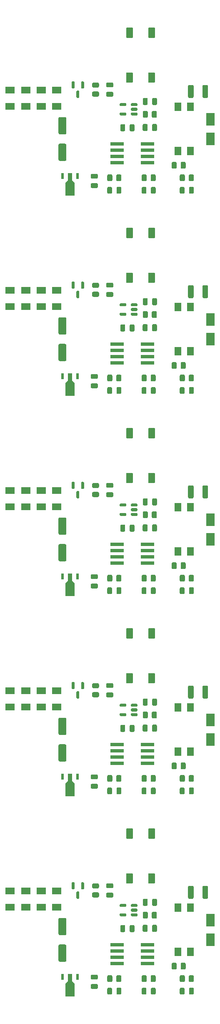
<source format=gtp>
G04 #@! TF.GenerationSoftware,KiCad,Pcbnew,6.0.2+dfsg-1*
G04 #@! TF.CreationDate,2024-05-29T15:43:08-06:00*
G04 #@! TF.ProjectId,mss-crossover-array,6d73732d-6372-46f7-9373-6f7665722d61,rev?*
G04 #@! TF.SameCoordinates,Original*
G04 #@! TF.FileFunction,Paste,Top*
G04 #@! TF.FilePolarity,Positive*
%FSLAX46Y46*%
G04 Gerber Fmt 4.6, Leading zero omitted, Abs format (unit mm)*
G04 Created by KiCad (PCBNEW 6.0.2+dfsg-1) date 2024-05-29 15:43:08*
%MOMM*%
%LPD*%
G01*
G04 APERTURE LIST*
%ADD10R,1.900000X1.400000*%
%ADD11R,2.800000X0.650000*%
%ADD12R,1.397000X1.701800*%
%ADD13R,1.800000X2.500000*%
%ADD14R,0.550000X1.300000*%
G04 APERTURE END LIST*
D10*
X116877000Y-81850000D03*
X116877000Y-85150000D03*
G36*
G01*
X146726500Y-86307250D02*
X146726500Y-87207250D01*
G75*
G02*
X146476500Y-87457250I-250000J0D01*
G01*
X145951500Y-87457250D01*
G75*
G02*
X145701500Y-87207250I0J250000D01*
G01*
X145701500Y-86307250D01*
G75*
G02*
X145951500Y-86057250I250000J0D01*
G01*
X146476500Y-86057250D01*
G75*
G02*
X146726500Y-86307250I0J-250000D01*
G01*
G37*
G36*
G01*
X144901500Y-86307250D02*
X144901500Y-87207250D01*
G75*
G02*
X144651500Y-87457250I-250000J0D01*
G01*
X144126500Y-87457250D01*
G75*
G02*
X143876500Y-87207250I0J250000D01*
G01*
X143876500Y-86307250D01*
G75*
G02*
X144126500Y-86057250I250000J0D01*
G01*
X144651500Y-86057250D01*
G75*
G02*
X144901500Y-86307250I0J-250000D01*
G01*
G37*
G36*
G01*
X131483250Y-80047000D02*
X131783250Y-80047000D01*
G75*
G02*
X131933250Y-80197000I0J-150000D01*
G01*
X131933250Y-81372000D01*
G75*
G02*
X131783250Y-81522000I-150000J0D01*
G01*
X131483250Y-81522000D01*
G75*
G02*
X131333250Y-81372000I0J150000D01*
G01*
X131333250Y-80197000D01*
G75*
G02*
X131483250Y-80047000I150000J0D01*
G01*
G37*
G36*
G01*
X129583250Y-80047000D02*
X129883250Y-80047000D01*
G75*
G02*
X130033250Y-80197000I0J-150000D01*
G01*
X130033250Y-81372000D01*
G75*
G02*
X129883250Y-81522000I-150000J0D01*
G01*
X129583250Y-81522000D01*
G75*
G02*
X129433250Y-81372000I0J150000D01*
G01*
X129433250Y-80197000D01*
G75*
G02*
X129583250Y-80047000I150000J0D01*
G01*
G37*
G36*
G01*
X130533250Y-81922000D02*
X130833250Y-81922000D01*
G75*
G02*
X130983250Y-82072000I0J-150000D01*
G01*
X130983250Y-83247000D01*
G75*
G02*
X130833250Y-83397000I-150000J0D01*
G01*
X130533250Y-83397000D01*
G75*
G02*
X130383250Y-83247000I0J150000D01*
G01*
X130383250Y-82072000D01*
G75*
G02*
X130533250Y-81922000I150000J0D01*
G01*
G37*
G36*
G01*
X146212000Y-71237000D02*
X145108000Y-71237000D01*
G75*
G02*
X144970000Y-71099000I0J138000D01*
G01*
X144970000Y-69275000D01*
G75*
G02*
X145108000Y-69137000I138000J0D01*
G01*
X146212000Y-69137000D01*
G75*
G02*
X146350000Y-69275000I0J-138000D01*
G01*
X146350000Y-71099000D01*
G75*
G02*
X146212000Y-71237000I-138000J0D01*
G01*
G37*
G36*
G01*
X146212000Y-80337000D02*
X145108000Y-80337000D01*
G75*
G02*
X144970000Y-80199000I0J138000D01*
G01*
X144970000Y-78375000D01*
G75*
G02*
X145108000Y-78237000I138000J0D01*
G01*
X146212000Y-78237000D01*
G75*
G02*
X146350000Y-78375000I0J-138000D01*
G01*
X146350000Y-80199000D01*
G75*
G02*
X146212000Y-80337000I-138000J0D01*
G01*
G37*
G36*
G01*
X141732000Y-71237000D02*
X140628000Y-71237000D01*
G75*
G02*
X140490000Y-71099000I0J138000D01*
G01*
X140490000Y-69275000D01*
G75*
G02*
X140628000Y-69137000I138000J0D01*
G01*
X141732000Y-69137000D01*
G75*
G02*
X141870000Y-69275000I0J-138000D01*
G01*
X141870000Y-71099000D01*
G75*
G02*
X141732000Y-71237000I-138000J0D01*
G01*
G37*
G36*
G01*
X141732000Y-80337000D02*
X140628000Y-80337000D01*
G75*
G02*
X140490000Y-80199000I0J138000D01*
G01*
X140490000Y-78375000D01*
G75*
G02*
X140628000Y-78237000I138000J0D01*
G01*
X141732000Y-78237000D01*
G75*
G02*
X141870000Y-78375000I0J-138000D01*
G01*
X141870000Y-80199000D01*
G75*
G02*
X141732000Y-80337000I-138000J0D01*
G01*
G37*
G36*
G01*
X146726500Y-167587250D02*
X146726500Y-168487250D01*
G75*
G02*
X146476500Y-168737250I-250000J0D01*
G01*
X145951500Y-168737250D01*
G75*
G02*
X145701500Y-168487250I0J250000D01*
G01*
X145701500Y-167587250D01*
G75*
G02*
X145951500Y-167337250I250000J0D01*
G01*
X146476500Y-167337250D01*
G75*
G02*
X146726500Y-167587250I0J-250000D01*
G01*
G37*
G36*
G01*
X144901500Y-167587250D02*
X144901500Y-168487250D01*
G75*
G02*
X144651500Y-168737250I-250000J0D01*
G01*
X144126500Y-168737250D01*
G75*
G02*
X143876500Y-168487250I0J250000D01*
G01*
X143876500Y-167587250D01*
G75*
G02*
X144126500Y-167337250I250000J0D01*
G01*
X144651500Y-167337250D01*
G75*
G02*
X144901500Y-167587250I0J-250000D01*
G01*
G37*
G36*
G01*
X146212000Y-30597000D02*
X145108000Y-30597000D01*
G75*
G02*
X144970000Y-30459000I0J138000D01*
G01*
X144970000Y-28635000D01*
G75*
G02*
X145108000Y-28497000I138000J0D01*
G01*
X146212000Y-28497000D01*
G75*
G02*
X146350000Y-28635000I0J-138000D01*
G01*
X146350000Y-30459000D01*
G75*
G02*
X146212000Y-30597000I-138000J0D01*
G01*
G37*
G36*
G01*
X146212000Y-39697000D02*
X145108000Y-39697000D01*
G75*
G02*
X144970000Y-39559000I0J138000D01*
G01*
X144970000Y-37735000D01*
G75*
G02*
X145108000Y-37597000I138000J0D01*
G01*
X146212000Y-37597000D01*
G75*
G02*
X146350000Y-37735000I0J-138000D01*
G01*
X146350000Y-39559000D01*
G75*
G02*
X146212000Y-39697000I-138000J0D01*
G01*
G37*
G36*
G01*
X141732000Y-30597000D02*
X140628000Y-30597000D01*
G75*
G02*
X140490000Y-30459000I0J138000D01*
G01*
X140490000Y-28635000D01*
G75*
G02*
X140628000Y-28497000I138000J0D01*
G01*
X141732000Y-28497000D01*
G75*
G02*
X141870000Y-28635000I0J-138000D01*
G01*
X141870000Y-30459000D01*
G75*
G02*
X141732000Y-30597000I-138000J0D01*
G01*
G37*
G36*
G01*
X141732000Y-39697000D02*
X140628000Y-39697000D01*
G75*
G02*
X140490000Y-39559000I0J138000D01*
G01*
X140490000Y-37735000D01*
G75*
G02*
X140628000Y-37597000I138000J0D01*
G01*
X141732000Y-37597000D01*
G75*
G02*
X141870000Y-37735000I0J-138000D01*
G01*
X141870000Y-39559000D01*
G75*
G02*
X141732000Y-39697000I-138000J0D01*
G01*
G37*
G36*
G01*
X134726000Y-164427000D02*
X133826000Y-164427000D01*
G75*
G02*
X133576000Y-164177000I0J250000D01*
G01*
X133576000Y-163652000D01*
G75*
G02*
X133826000Y-163402000I250000J0D01*
G01*
X134726000Y-163402000D01*
G75*
G02*
X134976000Y-163652000I0J-250000D01*
G01*
X134976000Y-164177000D01*
G75*
G02*
X134726000Y-164427000I-250000J0D01*
G01*
G37*
G36*
G01*
X134726000Y-162602000D02*
X133826000Y-162602000D01*
G75*
G02*
X133576000Y-162352000I0J250000D01*
G01*
X133576000Y-161827000D01*
G75*
G02*
X133826000Y-161577000I250000J0D01*
G01*
X134726000Y-161577000D01*
G75*
G02*
X134976000Y-161827000I0J-250000D01*
G01*
X134976000Y-162352000D01*
G75*
G02*
X134726000Y-162602000I-250000J0D01*
G01*
G37*
D11*
X144869000Y-177861000D03*
X144869000Y-176591000D03*
X144869000Y-175321000D03*
X144869000Y-174051000D03*
X138669000Y-174051000D03*
X138669000Y-175321000D03*
X138669000Y-176591000D03*
X138669000Y-177861000D03*
X144869000Y-55941000D03*
X144869000Y-54671000D03*
X144869000Y-53401000D03*
X144869000Y-52131000D03*
X138669000Y-52131000D03*
X138669000Y-53401000D03*
X138669000Y-54671000D03*
X138669000Y-55941000D03*
D10*
X126376600Y-203770000D03*
X126376600Y-207070000D03*
G36*
G01*
X139511000Y-221099000D02*
X139511000Y-221999000D01*
G75*
G02*
X139261000Y-222249000I-250000J0D01*
G01*
X138736000Y-222249000D01*
G75*
G02*
X138486000Y-221999000I0J250000D01*
G01*
X138486000Y-221099000D01*
G75*
G02*
X138736000Y-220849000I250000J0D01*
G01*
X139261000Y-220849000D01*
G75*
G02*
X139511000Y-221099000I0J-250000D01*
G01*
G37*
G36*
G01*
X137686000Y-221099000D02*
X137686000Y-221999000D01*
G75*
G02*
X137436000Y-222249000I-250000J0D01*
G01*
X136911000Y-222249000D01*
G75*
G02*
X136661000Y-221999000I0J250000D01*
G01*
X136661000Y-221099000D01*
G75*
G02*
X136911000Y-220849000I250000J0D01*
G01*
X137436000Y-220849000D01*
G75*
G02*
X137686000Y-221099000I0J-250000D01*
G01*
G37*
X126376600Y-81850000D03*
X126376600Y-85150000D03*
X126376600Y-41210000D03*
X126376600Y-44510000D03*
D12*
X151040000Y-216151500D03*
X153580000Y-216151500D03*
X153580000Y-207134500D03*
X151040000Y-207134500D03*
D13*
X157644000Y-209643000D03*
X157644000Y-213643000D03*
G36*
G01*
X146726500Y-45667250D02*
X146726500Y-46567250D01*
G75*
G02*
X146476500Y-46817250I-250000J0D01*
G01*
X145951500Y-46817250D01*
G75*
G02*
X145701500Y-46567250I0J250000D01*
G01*
X145701500Y-45667250D01*
G75*
G02*
X145951500Y-45417250I250000J0D01*
G01*
X146476500Y-45417250D01*
G75*
G02*
X146726500Y-45667250I0J-250000D01*
G01*
G37*
G36*
G01*
X144901500Y-45667250D02*
X144901500Y-46567250D01*
G75*
G02*
X144651500Y-46817250I-250000J0D01*
G01*
X144126500Y-46817250D01*
G75*
G02*
X143876500Y-46567250I0J250000D01*
G01*
X143876500Y-45667250D01*
G75*
G02*
X144126500Y-45417250I250000J0D01*
G01*
X144651500Y-45417250D01*
G75*
G02*
X144901500Y-45667250I0J-250000D01*
G01*
G37*
G36*
G01*
X151393000Y-140719000D02*
X151393000Y-139819000D01*
G75*
G02*
X151643000Y-139569000I250000J0D01*
G01*
X152168000Y-139569000D01*
G75*
G02*
X152418000Y-139819000I0J-250000D01*
G01*
X152418000Y-140719000D01*
G75*
G02*
X152168000Y-140969000I-250000J0D01*
G01*
X151643000Y-140969000D01*
G75*
G02*
X151393000Y-140719000I0J250000D01*
G01*
G37*
G36*
G01*
X153218000Y-140719000D02*
X153218000Y-139819000D01*
G75*
G02*
X153468000Y-139569000I250000J0D01*
G01*
X153993000Y-139569000D01*
G75*
G02*
X154243000Y-139819000I0J-250000D01*
G01*
X154243000Y-140719000D01*
G75*
G02*
X153993000Y-140969000I-250000J0D01*
G01*
X153468000Y-140969000D01*
G75*
G02*
X153218000Y-140719000I0J250000D01*
G01*
G37*
G36*
G01*
X134726000Y-83147000D02*
X133826000Y-83147000D01*
G75*
G02*
X133576000Y-82897000I0J250000D01*
G01*
X133576000Y-82372000D01*
G75*
G02*
X133826000Y-82122000I250000J0D01*
G01*
X134726000Y-82122000D01*
G75*
G02*
X134976000Y-82372000I0J-250000D01*
G01*
X134976000Y-82897000D01*
G75*
G02*
X134726000Y-83147000I-250000J0D01*
G01*
G37*
G36*
G01*
X134726000Y-81322000D02*
X133826000Y-81322000D01*
G75*
G02*
X133576000Y-81072000I0J250000D01*
G01*
X133576000Y-80547000D01*
G75*
G02*
X133826000Y-80297000I250000J0D01*
G01*
X134726000Y-80297000D01*
G75*
G02*
X134976000Y-80547000I0J-250000D01*
G01*
X134976000Y-81072000D01*
G75*
G02*
X134726000Y-81322000I-250000J0D01*
G01*
G37*
D14*
X130569000Y-139927500D03*
G36*
X128144000Y-143877500D02*
G01*
X128144000Y-141277500D01*
X128669000Y-140752500D01*
X128669000Y-139277500D01*
X129469000Y-139277500D01*
X129469000Y-140752500D01*
X129994000Y-141277500D01*
X129994000Y-143877500D01*
X128144000Y-143877500D01*
G37*
X127569000Y-139927500D03*
D10*
X120077400Y-44510000D03*
X120077400Y-41210000D03*
G36*
G01*
X136661000Y-102625250D02*
X136661000Y-101712750D01*
G75*
G02*
X136904750Y-101469000I243750J0D01*
G01*
X137392250Y-101469000D01*
G75*
G02*
X137636000Y-101712750I0J-243750D01*
G01*
X137636000Y-102625250D01*
G75*
G02*
X137392250Y-102869000I-243750J0D01*
G01*
X136904750Y-102869000D01*
G75*
G02*
X136661000Y-102625250I0J243750D01*
G01*
G37*
G36*
G01*
X138536000Y-102625250D02*
X138536000Y-101712750D01*
G75*
G02*
X138779750Y-101469000I243750J0D01*
G01*
X139267250Y-101469000D01*
G75*
G02*
X139511000Y-101712750I0J-243750D01*
G01*
X139511000Y-102625250D01*
G75*
G02*
X139267250Y-102869000I-243750J0D01*
G01*
X138779750Y-102869000D01*
G75*
G02*
X138536000Y-102625250I0J243750D01*
G01*
G37*
G36*
G01*
X146775000Y-205580000D02*
X146775000Y-206530000D01*
G75*
G02*
X146525000Y-206780000I-250000J0D01*
G01*
X146025000Y-206780000D01*
G75*
G02*
X145775000Y-206530000I0J250000D01*
G01*
X145775000Y-205580000D01*
G75*
G02*
X146025000Y-205330000I250000J0D01*
G01*
X146525000Y-205330000D01*
G75*
G02*
X146775000Y-205580000I0J-250000D01*
G01*
G37*
G36*
G01*
X144875000Y-205580000D02*
X144875000Y-206530000D01*
G75*
G02*
X144625000Y-206780000I-250000J0D01*
G01*
X144125000Y-206780000D01*
G75*
G02*
X143875000Y-206530000I0J250000D01*
G01*
X143875000Y-205580000D01*
G75*
G02*
X144125000Y-205330000I250000J0D01*
G01*
X144625000Y-205330000D01*
G75*
G02*
X144875000Y-205580000I0J-250000D01*
G01*
G37*
G36*
G01*
X146751500Y-129589250D02*
X146751500Y-130539250D01*
G75*
G02*
X146501500Y-130789250I-250000J0D01*
G01*
X146001500Y-130789250D01*
G75*
G02*
X145751500Y-130539250I0J250000D01*
G01*
X145751500Y-129589250D01*
G75*
G02*
X146001500Y-129339250I250000J0D01*
G01*
X146501500Y-129339250D01*
G75*
G02*
X146751500Y-129589250I0J-250000D01*
G01*
G37*
G36*
G01*
X144851500Y-129589250D02*
X144851500Y-130539250D01*
G75*
G02*
X144601500Y-130789250I-250000J0D01*
G01*
X144101500Y-130789250D01*
G75*
G02*
X143851500Y-130539250I0J250000D01*
G01*
X143851500Y-129589250D01*
G75*
G02*
X144101500Y-129339250I250000J0D01*
G01*
X144601500Y-129339250D01*
G75*
G02*
X144851500Y-129589250I0J-250000D01*
G01*
G37*
G36*
G01*
X143646000Y-100079000D02*
X143646000Y-99179000D01*
G75*
G02*
X143896000Y-98929000I250000J0D01*
G01*
X144421000Y-98929000D01*
G75*
G02*
X144671000Y-99179000I0J-250000D01*
G01*
X144671000Y-100079000D01*
G75*
G02*
X144421000Y-100329000I-250000J0D01*
G01*
X143896000Y-100329000D01*
G75*
G02*
X143646000Y-100079000I0J250000D01*
G01*
G37*
G36*
G01*
X145471000Y-100079000D02*
X145471000Y-99179000D01*
G75*
G02*
X145721000Y-98929000I250000J0D01*
G01*
X146246000Y-98929000D01*
G75*
G02*
X146496000Y-99179000I0J-250000D01*
G01*
X146496000Y-100079000D01*
G75*
G02*
X146246000Y-100329000I-250000J0D01*
G01*
X145721000Y-100329000D01*
G75*
G02*
X145471000Y-100079000I0J250000D01*
G01*
G37*
G36*
G01*
X139303000Y-89944000D02*
X139303000Y-88994000D01*
G75*
G02*
X139553000Y-88744000I250000J0D01*
G01*
X140053000Y-88744000D01*
G75*
G02*
X140303000Y-88994000I0J-250000D01*
G01*
X140303000Y-89944000D01*
G75*
G02*
X140053000Y-90194000I-250000J0D01*
G01*
X139553000Y-90194000D01*
G75*
G02*
X139303000Y-89944000I0J250000D01*
G01*
G37*
G36*
G01*
X141203000Y-89944000D02*
X141203000Y-88994000D01*
G75*
G02*
X141453000Y-88744000I250000J0D01*
G01*
X141953000Y-88744000D01*
G75*
G02*
X142203000Y-88994000I0J-250000D01*
G01*
X142203000Y-89944000D01*
G75*
G02*
X141953000Y-90194000I-250000J0D01*
G01*
X141453000Y-90194000D01*
G75*
G02*
X141203000Y-89944000I0J250000D01*
G01*
G37*
X126376600Y-163130000D03*
X126376600Y-166430000D03*
D12*
X151040000Y-94231500D03*
X153580000Y-94231500D03*
X153580000Y-85214500D03*
X151040000Y-85214500D03*
D13*
X157644000Y-87723000D03*
X157644000Y-91723000D03*
D10*
X116877000Y-122490000D03*
X116877000Y-125790000D03*
G36*
G01*
X139511000Y-99179000D02*
X139511000Y-100079000D01*
G75*
G02*
X139261000Y-100329000I-250000J0D01*
G01*
X138736000Y-100329000D01*
G75*
G02*
X138486000Y-100079000I0J250000D01*
G01*
X138486000Y-99179000D01*
G75*
G02*
X138736000Y-98929000I250000J0D01*
G01*
X139261000Y-98929000D01*
G75*
G02*
X139511000Y-99179000I0J-250000D01*
G01*
G37*
G36*
G01*
X137686000Y-99179000D02*
X137686000Y-100079000D01*
G75*
G02*
X137436000Y-100329000I-250000J0D01*
G01*
X136911000Y-100329000D01*
G75*
G02*
X136661000Y-100079000I0J250000D01*
G01*
X136661000Y-99179000D01*
G75*
G02*
X136911000Y-98929000I250000J0D01*
G01*
X137436000Y-98929000D01*
G75*
G02*
X137686000Y-99179000I0J-250000D01*
G01*
G37*
G36*
G01*
X133547000Y-58174000D02*
X134497000Y-58174000D01*
G75*
G02*
X134747000Y-58424000I0J-250000D01*
G01*
X134747000Y-58924000D01*
G75*
G02*
X134497000Y-59174000I-250000J0D01*
G01*
X133547000Y-59174000D01*
G75*
G02*
X133297000Y-58924000I0J250000D01*
G01*
X133297000Y-58424000D01*
G75*
G02*
X133547000Y-58174000I250000J0D01*
G01*
G37*
G36*
G01*
X133547000Y-60074000D02*
X134497000Y-60074000D01*
G75*
G02*
X134747000Y-60324000I0J-250000D01*
G01*
X134747000Y-60824000D01*
G75*
G02*
X134497000Y-61074000I-250000J0D01*
G01*
X133547000Y-61074000D01*
G75*
G02*
X133297000Y-60824000I0J250000D01*
G01*
X133297000Y-60324000D01*
G75*
G02*
X133547000Y-60074000I250000J0D01*
G01*
G37*
G36*
G01*
X131483250Y-120687000D02*
X131783250Y-120687000D01*
G75*
G02*
X131933250Y-120837000I0J-150000D01*
G01*
X131933250Y-122012000D01*
G75*
G02*
X131783250Y-122162000I-150000J0D01*
G01*
X131483250Y-122162000D01*
G75*
G02*
X131333250Y-122012000I0J150000D01*
G01*
X131333250Y-120837000D01*
G75*
G02*
X131483250Y-120687000I150000J0D01*
G01*
G37*
G36*
G01*
X129583250Y-120687000D02*
X129883250Y-120687000D01*
G75*
G02*
X130033250Y-120837000I0J-150000D01*
G01*
X130033250Y-122012000D01*
G75*
G02*
X129883250Y-122162000I-150000J0D01*
G01*
X129583250Y-122162000D01*
G75*
G02*
X129433250Y-122012000I0J150000D01*
G01*
X129433250Y-120837000D01*
G75*
G02*
X129583250Y-120687000I150000J0D01*
G01*
G37*
G36*
G01*
X130533250Y-122562000D02*
X130833250Y-122562000D01*
G75*
G02*
X130983250Y-122712000I0J-150000D01*
G01*
X130983250Y-123887000D01*
G75*
G02*
X130833250Y-124037000I-150000J0D01*
G01*
X130533250Y-124037000D01*
G75*
G02*
X130383250Y-123887000I0J150000D01*
G01*
X130383250Y-122712000D01*
G75*
G02*
X130533250Y-122562000I150000J0D01*
G01*
G37*
G36*
G01*
X151393000Y-183905250D02*
X151393000Y-182992750D01*
G75*
G02*
X151636750Y-182749000I243750J0D01*
G01*
X152124250Y-182749000D01*
G75*
G02*
X152368000Y-182992750I0J-243750D01*
G01*
X152368000Y-183905250D01*
G75*
G02*
X152124250Y-184149000I-243750J0D01*
G01*
X151636750Y-184149000D01*
G75*
G02*
X151393000Y-183905250I0J243750D01*
G01*
G37*
G36*
G01*
X153268000Y-183905250D02*
X153268000Y-182992750D01*
G75*
G02*
X153511750Y-182749000I243750J0D01*
G01*
X153999250Y-182749000D01*
G75*
G02*
X154243000Y-182992750I0J-243750D01*
G01*
X154243000Y-183905250D01*
G75*
G02*
X153999250Y-184149000I-243750J0D01*
G01*
X153511750Y-184149000D01*
G75*
G02*
X153268000Y-183905250I0J243750D01*
G01*
G37*
G36*
G01*
X142801500Y-208445000D02*
X142801500Y-208745000D01*
G75*
G02*
X142651500Y-208895000I-150000J0D01*
G01*
X141626500Y-208895000D01*
G75*
G02*
X141476500Y-208745000I0J150000D01*
G01*
X141476500Y-208445000D01*
G75*
G02*
X141626500Y-208295000I150000J0D01*
G01*
X142651500Y-208295000D01*
G75*
G02*
X142801500Y-208445000I0J-150000D01*
G01*
G37*
G36*
G01*
X142801500Y-207495000D02*
X142801500Y-207795000D01*
G75*
G02*
X142651500Y-207945000I-150000J0D01*
G01*
X141626500Y-207945000D01*
G75*
G02*
X141476500Y-207795000I0J150000D01*
G01*
X141476500Y-207495000D01*
G75*
G02*
X141626500Y-207345000I150000J0D01*
G01*
X142651500Y-207345000D01*
G75*
G02*
X142801500Y-207495000I0J-150000D01*
G01*
G37*
G36*
G01*
X142801500Y-206545000D02*
X142801500Y-206845000D01*
G75*
G02*
X142651500Y-206995000I-150000J0D01*
G01*
X141626500Y-206995000D01*
G75*
G02*
X141476500Y-206845000I0J150000D01*
G01*
X141476500Y-206545000D01*
G75*
G02*
X141626500Y-206395000I150000J0D01*
G01*
X142651500Y-206395000D01*
G75*
G02*
X142801500Y-206545000I0J-150000D01*
G01*
G37*
G36*
G01*
X140526500Y-206545000D02*
X140526500Y-206845000D01*
G75*
G02*
X140376500Y-206995000I-150000J0D01*
G01*
X139351500Y-206995000D01*
G75*
G02*
X139201500Y-206845000I0J150000D01*
G01*
X139201500Y-206545000D01*
G75*
G02*
X139351500Y-206395000I150000J0D01*
G01*
X140376500Y-206395000D01*
G75*
G02*
X140526500Y-206545000I0J-150000D01*
G01*
G37*
G36*
G01*
X140526500Y-208445000D02*
X140526500Y-208745000D01*
G75*
G02*
X140376500Y-208895000I-150000J0D01*
G01*
X139351500Y-208895000D01*
G75*
G02*
X139201500Y-208745000I0J150000D01*
G01*
X139201500Y-208445000D01*
G75*
G02*
X139351500Y-208295000I150000J0D01*
G01*
X140376500Y-208295000D01*
G75*
G02*
X140526500Y-208445000I0J-150000D01*
G01*
G37*
G36*
G01*
X136685250Y-161552000D02*
X137635250Y-161552000D01*
G75*
G02*
X137885250Y-161802000I0J-250000D01*
G01*
X137885250Y-162302000D01*
G75*
G02*
X137635250Y-162552000I-250000J0D01*
G01*
X136685250Y-162552000D01*
G75*
G02*
X136435250Y-162302000I0J250000D01*
G01*
X136435250Y-161802000D01*
G75*
G02*
X136685250Y-161552000I250000J0D01*
G01*
G37*
G36*
G01*
X136685250Y-163452000D02*
X137635250Y-163452000D01*
G75*
G02*
X137885250Y-163702000I0J-250000D01*
G01*
X137885250Y-164202000D01*
G75*
G02*
X137635250Y-164452000I-250000J0D01*
G01*
X136685250Y-164452000D01*
G75*
G02*
X136435250Y-164202000I0J250000D01*
G01*
X136435250Y-163702000D01*
G75*
G02*
X136685250Y-163452000I250000J0D01*
G01*
G37*
G36*
G01*
X136685250Y-120912000D02*
X137635250Y-120912000D01*
G75*
G02*
X137885250Y-121162000I0J-250000D01*
G01*
X137885250Y-121662000D01*
G75*
G02*
X137635250Y-121912000I-250000J0D01*
G01*
X136685250Y-121912000D01*
G75*
G02*
X136435250Y-121662000I0J250000D01*
G01*
X136435250Y-121162000D01*
G75*
G02*
X136685250Y-120912000I250000J0D01*
G01*
G37*
G36*
G01*
X136685250Y-122812000D02*
X137635250Y-122812000D01*
G75*
G02*
X137885250Y-123062000I0J-250000D01*
G01*
X137885250Y-123562000D01*
G75*
G02*
X137635250Y-123812000I-250000J0D01*
G01*
X136685250Y-123812000D01*
G75*
G02*
X136435250Y-123562000I0J250000D01*
G01*
X136435250Y-123062000D01*
G75*
G02*
X136685250Y-122812000I250000J0D01*
G01*
G37*
G36*
G01*
X142801500Y-127165000D02*
X142801500Y-127465000D01*
G75*
G02*
X142651500Y-127615000I-150000J0D01*
G01*
X141626500Y-127615000D01*
G75*
G02*
X141476500Y-127465000I0J150000D01*
G01*
X141476500Y-127165000D01*
G75*
G02*
X141626500Y-127015000I150000J0D01*
G01*
X142651500Y-127015000D01*
G75*
G02*
X142801500Y-127165000I0J-150000D01*
G01*
G37*
G36*
G01*
X142801500Y-126215000D02*
X142801500Y-126515000D01*
G75*
G02*
X142651500Y-126665000I-150000J0D01*
G01*
X141626500Y-126665000D01*
G75*
G02*
X141476500Y-126515000I0J150000D01*
G01*
X141476500Y-126215000D01*
G75*
G02*
X141626500Y-126065000I150000J0D01*
G01*
X142651500Y-126065000D01*
G75*
G02*
X142801500Y-126215000I0J-150000D01*
G01*
G37*
G36*
G01*
X142801500Y-125265000D02*
X142801500Y-125565000D01*
G75*
G02*
X142651500Y-125715000I-150000J0D01*
G01*
X141626500Y-125715000D01*
G75*
G02*
X141476500Y-125565000I0J150000D01*
G01*
X141476500Y-125265000D01*
G75*
G02*
X141626500Y-125115000I150000J0D01*
G01*
X142651500Y-125115000D01*
G75*
G02*
X142801500Y-125265000I0J-150000D01*
G01*
G37*
G36*
G01*
X140526500Y-125265000D02*
X140526500Y-125565000D01*
G75*
G02*
X140376500Y-125715000I-150000J0D01*
G01*
X139351500Y-125715000D01*
G75*
G02*
X139201500Y-125565000I0J150000D01*
G01*
X139201500Y-125265000D01*
G75*
G02*
X139351500Y-125115000I150000J0D01*
G01*
X140376500Y-125115000D01*
G75*
G02*
X140526500Y-125265000I0J-150000D01*
G01*
G37*
G36*
G01*
X140526500Y-127165000D02*
X140526500Y-127465000D01*
G75*
G02*
X140376500Y-127615000I-150000J0D01*
G01*
X139351500Y-127615000D01*
G75*
G02*
X139201500Y-127465000I0J150000D01*
G01*
X139201500Y-127165000D01*
G75*
G02*
X139351500Y-127015000I150000J0D01*
G01*
X140376500Y-127015000D01*
G75*
G02*
X140526500Y-127165000I0J-150000D01*
G01*
G37*
D11*
X144869000Y-137221000D03*
X144869000Y-135951000D03*
X144869000Y-134681000D03*
X144869000Y-133411000D03*
X138669000Y-133411000D03*
X138669000Y-134681000D03*
X138669000Y-135951000D03*
X138669000Y-137221000D03*
G36*
G01*
X152592000Y-218559000D02*
X152592000Y-219459000D01*
G75*
G02*
X152342000Y-219709000I-250000J0D01*
G01*
X151817000Y-219709000D01*
G75*
G02*
X151567000Y-219459000I0J250000D01*
G01*
X151567000Y-218559000D01*
G75*
G02*
X151817000Y-218309000I250000J0D01*
G01*
X152342000Y-218309000D01*
G75*
G02*
X152592000Y-218559000I0J-250000D01*
G01*
G37*
G36*
G01*
X150767000Y-218559000D02*
X150767000Y-219459000D01*
G75*
G02*
X150517000Y-219709000I-250000J0D01*
G01*
X149992000Y-219709000D01*
G75*
G02*
X149742000Y-219459000I0J250000D01*
G01*
X149742000Y-218559000D01*
G75*
G02*
X149992000Y-218309000I250000J0D01*
G01*
X150517000Y-218309000D01*
G75*
G02*
X150767000Y-218559000I0J-250000D01*
G01*
G37*
G36*
G01*
X143646000Y-140719000D02*
X143646000Y-139819000D01*
G75*
G02*
X143896000Y-139569000I250000J0D01*
G01*
X144421000Y-139569000D01*
G75*
G02*
X144671000Y-139819000I0J-250000D01*
G01*
X144671000Y-140719000D01*
G75*
G02*
X144421000Y-140969000I-250000J0D01*
G01*
X143896000Y-140969000D01*
G75*
G02*
X143646000Y-140719000I0J250000D01*
G01*
G37*
G36*
G01*
X145471000Y-140719000D02*
X145471000Y-139819000D01*
G75*
G02*
X145721000Y-139569000I250000J0D01*
G01*
X146246000Y-139569000D01*
G75*
G02*
X146496000Y-139819000I0J-250000D01*
G01*
X146496000Y-140719000D01*
G75*
G02*
X146246000Y-140969000I-250000J0D01*
G01*
X145721000Y-140969000D01*
G75*
G02*
X145471000Y-140719000I0J250000D01*
G01*
G37*
D12*
X151040000Y-134871500D03*
X153580000Y-134871500D03*
X153580000Y-125854500D03*
X151040000Y-125854500D03*
G36*
G01*
X151393000Y-181359000D02*
X151393000Y-180459000D01*
G75*
G02*
X151643000Y-180209000I250000J0D01*
G01*
X152168000Y-180209000D01*
G75*
G02*
X152418000Y-180459000I0J-250000D01*
G01*
X152418000Y-181359000D01*
G75*
G02*
X152168000Y-181609000I-250000J0D01*
G01*
X151643000Y-181609000D01*
G75*
G02*
X151393000Y-181359000I0J250000D01*
G01*
G37*
G36*
G01*
X153218000Y-181359000D02*
X153218000Y-180459000D01*
G75*
G02*
X153468000Y-180209000I250000J0D01*
G01*
X153993000Y-180209000D01*
G75*
G02*
X154243000Y-180459000I0J-250000D01*
G01*
X154243000Y-181359000D01*
G75*
G02*
X153993000Y-181609000I-250000J0D01*
G01*
X153468000Y-181609000D01*
G75*
G02*
X153218000Y-181359000I0J250000D01*
G01*
G37*
D10*
X123252400Y-166430000D03*
X123252400Y-163130000D03*
G36*
G01*
X133547000Y-180094000D02*
X134497000Y-180094000D01*
G75*
G02*
X134747000Y-180344000I0J-250000D01*
G01*
X134747000Y-180844000D01*
G75*
G02*
X134497000Y-181094000I-250000J0D01*
G01*
X133547000Y-181094000D01*
G75*
G02*
X133297000Y-180844000I0J250000D01*
G01*
X133297000Y-180344000D01*
G75*
G02*
X133547000Y-180094000I250000J0D01*
G01*
G37*
G36*
G01*
X133547000Y-181994000D02*
X134497000Y-181994000D01*
G75*
G02*
X134747000Y-182244000I0J-250000D01*
G01*
X134747000Y-182744000D01*
G75*
G02*
X134497000Y-182994000I-250000J0D01*
G01*
X133547000Y-182994000D01*
G75*
G02*
X133297000Y-182744000I0J250000D01*
G01*
X133297000Y-182244000D01*
G75*
G02*
X133547000Y-181994000I250000J0D01*
G01*
G37*
D13*
X157644000Y-47083000D03*
X157644000Y-51083000D03*
G36*
G01*
X139511000Y-58539000D02*
X139511000Y-59439000D01*
G75*
G02*
X139261000Y-59689000I-250000J0D01*
G01*
X138736000Y-59689000D01*
G75*
G02*
X138486000Y-59439000I0J250000D01*
G01*
X138486000Y-58539000D01*
G75*
G02*
X138736000Y-58289000I250000J0D01*
G01*
X139261000Y-58289000D01*
G75*
G02*
X139511000Y-58539000I0J-250000D01*
G01*
G37*
G36*
G01*
X137686000Y-58539000D02*
X137686000Y-59439000D01*
G75*
G02*
X137436000Y-59689000I-250000J0D01*
G01*
X136911000Y-59689000D01*
G75*
G02*
X136661000Y-59439000I0J250000D01*
G01*
X136661000Y-58539000D01*
G75*
G02*
X136911000Y-58289000I250000J0D01*
G01*
X137436000Y-58289000D01*
G75*
G02*
X137686000Y-58539000I0J-250000D01*
G01*
G37*
G36*
G01*
X136685250Y-202192000D02*
X137635250Y-202192000D01*
G75*
G02*
X137885250Y-202442000I0J-250000D01*
G01*
X137885250Y-202942000D01*
G75*
G02*
X137635250Y-203192000I-250000J0D01*
G01*
X136685250Y-203192000D01*
G75*
G02*
X136435250Y-202942000I0J250000D01*
G01*
X136435250Y-202442000D01*
G75*
G02*
X136685250Y-202192000I250000J0D01*
G01*
G37*
G36*
G01*
X136685250Y-204092000D02*
X137635250Y-204092000D01*
G75*
G02*
X137885250Y-204342000I0J-250000D01*
G01*
X137885250Y-204842000D01*
G75*
G02*
X137635250Y-205092000I-250000J0D01*
G01*
X136685250Y-205092000D01*
G75*
G02*
X136435250Y-204842000I0J250000D01*
G01*
X136435250Y-204342000D01*
G75*
G02*
X136685250Y-204092000I250000J0D01*
G01*
G37*
G36*
G01*
X142801500Y-167805000D02*
X142801500Y-168105000D01*
G75*
G02*
X142651500Y-168255000I-150000J0D01*
G01*
X141626500Y-168255000D01*
G75*
G02*
X141476500Y-168105000I0J150000D01*
G01*
X141476500Y-167805000D01*
G75*
G02*
X141626500Y-167655000I150000J0D01*
G01*
X142651500Y-167655000D01*
G75*
G02*
X142801500Y-167805000I0J-150000D01*
G01*
G37*
G36*
G01*
X142801500Y-166855000D02*
X142801500Y-167155000D01*
G75*
G02*
X142651500Y-167305000I-150000J0D01*
G01*
X141626500Y-167305000D01*
G75*
G02*
X141476500Y-167155000I0J150000D01*
G01*
X141476500Y-166855000D01*
G75*
G02*
X141626500Y-166705000I150000J0D01*
G01*
X142651500Y-166705000D01*
G75*
G02*
X142801500Y-166855000I0J-150000D01*
G01*
G37*
G36*
G01*
X142801500Y-165905000D02*
X142801500Y-166205000D01*
G75*
G02*
X142651500Y-166355000I-150000J0D01*
G01*
X141626500Y-166355000D01*
G75*
G02*
X141476500Y-166205000I0J150000D01*
G01*
X141476500Y-165905000D01*
G75*
G02*
X141626500Y-165755000I150000J0D01*
G01*
X142651500Y-165755000D01*
G75*
G02*
X142801500Y-165905000I0J-150000D01*
G01*
G37*
G36*
G01*
X140526500Y-165905000D02*
X140526500Y-166205000D01*
G75*
G02*
X140376500Y-166355000I-150000J0D01*
G01*
X139351500Y-166355000D01*
G75*
G02*
X139201500Y-166205000I0J150000D01*
G01*
X139201500Y-165905000D01*
G75*
G02*
X139351500Y-165755000I150000J0D01*
G01*
X140376500Y-165755000D01*
G75*
G02*
X140526500Y-165905000I0J-150000D01*
G01*
G37*
G36*
G01*
X140526500Y-167805000D02*
X140526500Y-168105000D01*
G75*
G02*
X140376500Y-168255000I-150000J0D01*
G01*
X139351500Y-168255000D01*
G75*
G02*
X139201500Y-168105000I0J150000D01*
G01*
X139201500Y-167805000D01*
G75*
G02*
X139351500Y-167655000I150000J0D01*
G01*
X140376500Y-167655000D01*
G75*
G02*
X140526500Y-167805000I0J-150000D01*
G01*
G37*
G36*
G01*
X128095000Y-55565000D02*
X126995000Y-55565000D01*
G75*
G02*
X126745000Y-55315000I0J250000D01*
G01*
X126745000Y-52315000D01*
G75*
G02*
X126995000Y-52065000I250000J0D01*
G01*
X128095000Y-52065000D01*
G75*
G02*
X128345000Y-52315000I0J-250000D01*
G01*
X128345000Y-55315000D01*
G75*
G02*
X128095000Y-55565000I-250000J0D01*
G01*
G37*
G36*
G01*
X128095000Y-50165000D02*
X126995000Y-50165000D01*
G75*
G02*
X126745000Y-49915000I0J250000D01*
G01*
X126745000Y-46915000D01*
G75*
G02*
X126995000Y-46665000I250000J0D01*
G01*
X128095000Y-46665000D01*
G75*
G02*
X128345000Y-46915000I0J-250000D01*
G01*
X128345000Y-49915000D01*
G75*
G02*
X128095000Y-50165000I-250000J0D01*
G01*
G37*
D14*
X130569000Y-58647500D03*
G36*
X128144000Y-62597500D02*
G01*
X128144000Y-59997500D01*
X128669000Y-59472500D01*
X128669000Y-57997500D01*
X129469000Y-57997500D01*
X129469000Y-59472500D01*
X129994000Y-59997500D01*
X129994000Y-62597500D01*
X128144000Y-62597500D01*
G37*
X127569000Y-58647500D03*
G36*
G01*
X152592000Y-96639000D02*
X152592000Y-97539000D01*
G75*
G02*
X152342000Y-97789000I-250000J0D01*
G01*
X151817000Y-97789000D01*
G75*
G02*
X151567000Y-97539000I0J250000D01*
G01*
X151567000Y-96639000D01*
G75*
G02*
X151817000Y-96389000I250000J0D01*
G01*
X152342000Y-96389000D01*
G75*
G02*
X152592000Y-96639000I0J-250000D01*
G01*
G37*
G36*
G01*
X150767000Y-96639000D02*
X150767000Y-97539000D01*
G75*
G02*
X150517000Y-97789000I-250000J0D01*
G01*
X149992000Y-97789000D01*
G75*
G02*
X149742000Y-97539000I0J250000D01*
G01*
X149742000Y-96639000D01*
G75*
G02*
X149992000Y-96389000I250000J0D01*
G01*
X150517000Y-96389000D01*
G75*
G02*
X150767000Y-96639000I0J-250000D01*
G01*
G37*
G36*
G01*
X143646000Y-183905250D02*
X143646000Y-182992750D01*
G75*
G02*
X143889750Y-182749000I243750J0D01*
G01*
X144377250Y-182749000D01*
G75*
G02*
X144621000Y-182992750I0J-243750D01*
G01*
X144621000Y-183905250D01*
G75*
G02*
X144377250Y-184149000I-243750J0D01*
G01*
X143889750Y-184149000D01*
G75*
G02*
X143646000Y-183905250I0J243750D01*
G01*
G37*
G36*
G01*
X145521000Y-183905250D02*
X145521000Y-182992750D01*
G75*
G02*
X145764750Y-182749000I243750J0D01*
G01*
X146252250Y-182749000D01*
G75*
G02*
X146496000Y-182992750I0J-243750D01*
G01*
X146496000Y-183905250D01*
G75*
G02*
X146252250Y-184149000I-243750J0D01*
G01*
X145764750Y-184149000D01*
G75*
G02*
X145521000Y-183905250I0J243750D01*
G01*
G37*
G36*
G01*
X151393000Y-61985250D02*
X151393000Y-61072750D01*
G75*
G02*
X151636750Y-60829000I243750J0D01*
G01*
X152124250Y-60829000D01*
G75*
G02*
X152368000Y-61072750I0J-243750D01*
G01*
X152368000Y-61985250D01*
G75*
G02*
X152124250Y-62229000I-243750J0D01*
G01*
X151636750Y-62229000D01*
G75*
G02*
X151393000Y-61985250I0J243750D01*
G01*
G37*
G36*
G01*
X153268000Y-61985250D02*
X153268000Y-61072750D01*
G75*
G02*
X153511750Y-60829000I243750J0D01*
G01*
X153999250Y-60829000D01*
G75*
G02*
X154243000Y-61072750I0J-243750D01*
G01*
X154243000Y-61985250D01*
G75*
G02*
X153999250Y-62229000I-243750J0D01*
G01*
X153511750Y-62229000D01*
G75*
G02*
X153268000Y-61985250I0J243750D01*
G01*
G37*
G36*
G01*
X139303000Y-49304000D02*
X139303000Y-48354000D01*
G75*
G02*
X139553000Y-48104000I250000J0D01*
G01*
X140053000Y-48104000D01*
G75*
G02*
X140303000Y-48354000I0J-250000D01*
G01*
X140303000Y-49304000D01*
G75*
G02*
X140053000Y-49554000I-250000J0D01*
G01*
X139553000Y-49554000D01*
G75*
G02*
X139303000Y-49304000I0J250000D01*
G01*
G37*
G36*
G01*
X141203000Y-49304000D02*
X141203000Y-48354000D01*
G75*
G02*
X141453000Y-48104000I250000J0D01*
G01*
X141953000Y-48104000D01*
G75*
G02*
X142203000Y-48354000I0J-250000D01*
G01*
X142203000Y-49304000D01*
G75*
G02*
X141953000Y-49554000I-250000J0D01*
G01*
X141453000Y-49554000D01*
G75*
G02*
X141203000Y-49304000I0J250000D01*
G01*
G37*
G36*
G01*
X146751500Y-170229250D02*
X146751500Y-171179250D01*
G75*
G02*
X146501500Y-171429250I-250000J0D01*
G01*
X146001500Y-171429250D01*
G75*
G02*
X145751500Y-171179250I0J250000D01*
G01*
X145751500Y-170229250D01*
G75*
G02*
X146001500Y-169979250I250000J0D01*
G01*
X146501500Y-169979250D01*
G75*
G02*
X146751500Y-170229250I0J-250000D01*
G01*
G37*
G36*
G01*
X144851500Y-170229250D02*
X144851500Y-171179250D01*
G75*
G02*
X144601500Y-171429250I-250000J0D01*
G01*
X144101500Y-171429250D01*
G75*
G02*
X143851500Y-171179250I0J250000D01*
G01*
X143851500Y-170229250D01*
G75*
G02*
X144101500Y-169979250I250000J0D01*
G01*
X144601500Y-169979250D01*
G75*
G02*
X144851500Y-170229250I0J-250000D01*
G01*
G37*
G36*
G01*
X143646000Y-221999000D02*
X143646000Y-221099000D01*
G75*
G02*
X143896000Y-220849000I250000J0D01*
G01*
X144421000Y-220849000D01*
G75*
G02*
X144671000Y-221099000I0J-250000D01*
G01*
X144671000Y-221999000D01*
G75*
G02*
X144421000Y-222249000I-250000J0D01*
G01*
X143896000Y-222249000D01*
G75*
G02*
X143646000Y-221999000I0J250000D01*
G01*
G37*
G36*
G01*
X145471000Y-221999000D02*
X145471000Y-221099000D01*
G75*
G02*
X145721000Y-220849000I250000J0D01*
G01*
X146246000Y-220849000D01*
G75*
G02*
X146496000Y-221099000I0J-250000D01*
G01*
X146496000Y-221999000D01*
G75*
G02*
X146246000Y-222249000I-250000J0D01*
G01*
X145721000Y-222249000D01*
G75*
G02*
X145471000Y-221999000I0J250000D01*
G01*
G37*
G36*
G01*
X151393000Y-59439000D02*
X151393000Y-58539000D01*
G75*
G02*
X151643000Y-58289000I250000J0D01*
G01*
X152168000Y-58289000D01*
G75*
G02*
X152418000Y-58539000I0J-250000D01*
G01*
X152418000Y-59439000D01*
G75*
G02*
X152168000Y-59689000I-250000J0D01*
G01*
X151643000Y-59689000D01*
G75*
G02*
X151393000Y-59439000I0J250000D01*
G01*
G37*
G36*
G01*
X153218000Y-59439000D02*
X153218000Y-58539000D01*
G75*
G02*
X153468000Y-58289000I250000J0D01*
G01*
X153993000Y-58289000D01*
G75*
G02*
X154243000Y-58539000I0J-250000D01*
G01*
X154243000Y-59439000D01*
G75*
G02*
X153993000Y-59689000I-250000J0D01*
G01*
X153468000Y-59689000D01*
G75*
G02*
X153218000Y-59439000I0J250000D01*
G01*
G37*
X130569000Y-221207500D03*
G36*
X128144000Y-225157500D02*
G01*
X128144000Y-222557500D01*
X128669000Y-222032500D01*
X128669000Y-220557500D01*
X129469000Y-220557500D01*
X129469000Y-222032500D01*
X129994000Y-222557500D01*
X129994000Y-225157500D01*
X128144000Y-225157500D01*
G37*
X127569000Y-221207500D03*
G36*
G01*
X151393000Y-100079000D02*
X151393000Y-99179000D01*
G75*
G02*
X151643000Y-98929000I250000J0D01*
G01*
X152168000Y-98929000D01*
G75*
G02*
X152418000Y-99179000I0J-250000D01*
G01*
X152418000Y-100079000D01*
G75*
G02*
X152168000Y-100329000I-250000J0D01*
G01*
X151643000Y-100329000D01*
G75*
G02*
X151393000Y-100079000I0J250000D01*
G01*
G37*
G36*
G01*
X153218000Y-100079000D02*
X153218000Y-99179000D01*
G75*
G02*
X153468000Y-98929000I250000J0D01*
G01*
X153993000Y-98929000D01*
G75*
G02*
X154243000Y-99179000I0J-250000D01*
G01*
X154243000Y-100079000D01*
G75*
G02*
X153993000Y-100329000I-250000J0D01*
G01*
X153468000Y-100329000D01*
G75*
G02*
X153218000Y-100079000I0J250000D01*
G01*
G37*
G36*
G01*
X146775000Y-83660000D02*
X146775000Y-84610000D01*
G75*
G02*
X146525000Y-84860000I-250000J0D01*
G01*
X146025000Y-84860000D01*
G75*
G02*
X145775000Y-84610000I0J250000D01*
G01*
X145775000Y-83660000D01*
G75*
G02*
X146025000Y-83410000I250000J0D01*
G01*
X146525000Y-83410000D01*
G75*
G02*
X146775000Y-83660000I0J-250000D01*
G01*
G37*
G36*
G01*
X144875000Y-83660000D02*
X144875000Y-84610000D01*
G75*
G02*
X144625000Y-84860000I-250000J0D01*
G01*
X144125000Y-84860000D01*
G75*
G02*
X143875000Y-84610000I0J250000D01*
G01*
X143875000Y-83660000D01*
G75*
G02*
X144125000Y-83410000I250000J0D01*
G01*
X144625000Y-83410000D01*
G75*
G02*
X144875000Y-83660000I0J-250000D01*
G01*
G37*
X130569000Y-99287500D03*
G36*
X128144000Y-103237500D02*
G01*
X128144000Y-100637500D01*
X128669000Y-100112500D01*
X128669000Y-98637500D01*
X129469000Y-98637500D01*
X129469000Y-100112500D01*
X129994000Y-100637500D01*
X129994000Y-103237500D01*
X128144000Y-103237500D01*
G37*
X127569000Y-99287500D03*
D10*
X123252400Y-44510000D03*
X123252400Y-41210000D03*
G36*
G01*
X139511000Y-180459000D02*
X139511000Y-181359000D01*
G75*
G02*
X139261000Y-181609000I-250000J0D01*
G01*
X138736000Y-181609000D01*
G75*
G02*
X138486000Y-181359000I0J250000D01*
G01*
X138486000Y-180459000D01*
G75*
G02*
X138736000Y-180209000I250000J0D01*
G01*
X139261000Y-180209000D01*
G75*
G02*
X139511000Y-180459000I0J-250000D01*
G01*
G37*
G36*
G01*
X137686000Y-180459000D02*
X137686000Y-181359000D01*
G75*
G02*
X137436000Y-181609000I-250000J0D01*
G01*
X136911000Y-181609000D01*
G75*
G02*
X136661000Y-181359000I0J250000D01*
G01*
X136661000Y-180459000D01*
G75*
G02*
X136911000Y-180209000I250000J0D01*
G01*
X137436000Y-180209000D01*
G75*
G02*
X137686000Y-180459000I0J-250000D01*
G01*
G37*
G36*
G01*
X157129000Y-40388000D02*
X157129000Y-42538000D01*
G75*
G02*
X156879000Y-42788000I-250000J0D01*
G01*
X156254000Y-42788000D01*
G75*
G02*
X156004000Y-42538000I0J250000D01*
G01*
X156004000Y-40388000D01*
G75*
G02*
X156254000Y-40138000I250000J0D01*
G01*
X156879000Y-40138000D01*
G75*
G02*
X157129000Y-40388000I0J-250000D01*
G01*
G37*
G36*
G01*
X154204000Y-40388000D02*
X154204000Y-42538000D01*
G75*
G02*
X153954000Y-42788000I-250000J0D01*
G01*
X153329000Y-42788000D01*
G75*
G02*
X153079000Y-42538000I0J250000D01*
G01*
X153079000Y-40388000D01*
G75*
G02*
X153329000Y-40138000I250000J0D01*
G01*
X153954000Y-40138000D01*
G75*
G02*
X154204000Y-40388000I0J-250000D01*
G01*
G37*
G36*
G01*
X157129000Y-202948000D02*
X157129000Y-205098000D01*
G75*
G02*
X156879000Y-205348000I-250000J0D01*
G01*
X156254000Y-205348000D01*
G75*
G02*
X156004000Y-205098000I0J250000D01*
G01*
X156004000Y-202948000D01*
G75*
G02*
X156254000Y-202698000I250000J0D01*
G01*
X156879000Y-202698000D01*
G75*
G02*
X157129000Y-202948000I0J-250000D01*
G01*
G37*
G36*
G01*
X154204000Y-202948000D02*
X154204000Y-205098000D01*
G75*
G02*
X153954000Y-205348000I-250000J0D01*
G01*
X153329000Y-205348000D01*
G75*
G02*
X153079000Y-205098000I0J250000D01*
G01*
X153079000Y-202948000D01*
G75*
G02*
X153329000Y-202698000I250000J0D01*
G01*
X153954000Y-202698000D01*
G75*
G02*
X154204000Y-202948000I0J-250000D01*
G01*
G37*
G36*
G01*
X136661000Y-143265250D02*
X136661000Y-142352750D01*
G75*
G02*
X136904750Y-142109000I243750J0D01*
G01*
X137392250Y-142109000D01*
G75*
G02*
X137636000Y-142352750I0J-243750D01*
G01*
X137636000Y-143265250D01*
G75*
G02*
X137392250Y-143509000I-243750J0D01*
G01*
X136904750Y-143509000D01*
G75*
G02*
X136661000Y-143265250I0J243750D01*
G01*
G37*
G36*
G01*
X138536000Y-143265250D02*
X138536000Y-142352750D01*
G75*
G02*
X138779750Y-142109000I243750J0D01*
G01*
X139267250Y-142109000D01*
G75*
G02*
X139511000Y-142352750I0J-243750D01*
G01*
X139511000Y-143265250D01*
G75*
G02*
X139267250Y-143509000I-243750J0D01*
G01*
X138779750Y-143509000D01*
G75*
G02*
X138536000Y-143265250I0J243750D01*
G01*
G37*
X120077400Y-85150000D03*
X120077400Y-81850000D03*
G36*
G01*
X151393000Y-224545250D02*
X151393000Y-223632750D01*
G75*
G02*
X151636750Y-223389000I243750J0D01*
G01*
X152124250Y-223389000D01*
G75*
G02*
X152368000Y-223632750I0J-243750D01*
G01*
X152368000Y-224545250D01*
G75*
G02*
X152124250Y-224789000I-243750J0D01*
G01*
X151636750Y-224789000D01*
G75*
G02*
X151393000Y-224545250I0J243750D01*
G01*
G37*
G36*
G01*
X153268000Y-224545250D02*
X153268000Y-223632750D01*
G75*
G02*
X153511750Y-223389000I243750J0D01*
G01*
X153999250Y-223389000D01*
G75*
G02*
X154243000Y-223632750I0J-243750D01*
G01*
X154243000Y-224545250D01*
G75*
G02*
X153999250Y-224789000I-243750J0D01*
G01*
X153511750Y-224789000D01*
G75*
G02*
X153268000Y-224545250I0J243750D01*
G01*
G37*
X123252400Y-125790000D03*
X123252400Y-122490000D03*
D14*
X130569000Y-180567500D03*
G36*
X128144000Y-184517500D02*
G01*
X128144000Y-181917500D01*
X128669000Y-181392500D01*
X128669000Y-179917500D01*
X129469000Y-179917500D01*
X129469000Y-181392500D01*
X129994000Y-181917500D01*
X129994000Y-184517500D01*
X128144000Y-184517500D01*
G37*
X127569000Y-180567500D03*
D10*
X123252400Y-207070000D03*
X123252400Y-203770000D03*
G36*
G01*
X146751500Y-210869250D02*
X146751500Y-211819250D01*
G75*
G02*
X146501500Y-212069250I-250000J0D01*
G01*
X146001500Y-212069250D01*
G75*
G02*
X145751500Y-211819250I0J250000D01*
G01*
X145751500Y-210869250D01*
G75*
G02*
X146001500Y-210619250I250000J0D01*
G01*
X146501500Y-210619250D01*
G75*
G02*
X146751500Y-210869250I0J-250000D01*
G01*
G37*
G36*
G01*
X144851500Y-210869250D02*
X144851500Y-211819250D01*
G75*
G02*
X144601500Y-212069250I-250000J0D01*
G01*
X144101500Y-212069250D01*
G75*
G02*
X143851500Y-211819250I0J250000D01*
G01*
X143851500Y-210869250D01*
G75*
G02*
X144101500Y-210619250I250000J0D01*
G01*
X144601500Y-210619250D01*
G75*
G02*
X144851500Y-210869250I0J-250000D01*
G01*
G37*
X120077400Y-207070000D03*
X120077400Y-203770000D03*
G36*
G01*
X134726000Y-123787000D02*
X133826000Y-123787000D01*
G75*
G02*
X133576000Y-123537000I0J250000D01*
G01*
X133576000Y-123012000D01*
G75*
G02*
X133826000Y-122762000I250000J0D01*
G01*
X134726000Y-122762000D01*
G75*
G02*
X134976000Y-123012000I0J-250000D01*
G01*
X134976000Y-123537000D01*
G75*
G02*
X134726000Y-123787000I-250000J0D01*
G01*
G37*
G36*
G01*
X134726000Y-121962000D02*
X133826000Y-121962000D01*
G75*
G02*
X133576000Y-121712000I0J250000D01*
G01*
X133576000Y-121187000D01*
G75*
G02*
X133826000Y-120937000I250000J0D01*
G01*
X134726000Y-120937000D01*
G75*
G02*
X134976000Y-121187000I0J-250000D01*
G01*
X134976000Y-121712000D01*
G75*
G02*
X134726000Y-121962000I-250000J0D01*
G01*
G37*
G36*
G01*
X157129000Y-162308000D02*
X157129000Y-164458000D01*
G75*
G02*
X156879000Y-164708000I-250000J0D01*
G01*
X156254000Y-164708000D01*
G75*
G02*
X156004000Y-164458000I0J250000D01*
G01*
X156004000Y-162308000D01*
G75*
G02*
X156254000Y-162058000I250000J0D01*
G01*
X156879000Y-162058000D01*
G75*
G02*
X157129000Y-162308000I0J-250000D01*
G01*
G37*
G36*
G01*
X154204000Y-162308000D02*
X154204000Y-164458000D01*
G75*
G02*
X153954000Y-164708000I-250000J0D01*
G01*
X153329000Y-164708000D01*
G75*
G02*
X153079000Y-164458000I0J250000D01*
G01*
X153079000Y-162308000D01*
G75*
G02*
X153329000Y-162058000I250000J0D01*
G01*
X153954000Y-162058000D01*
G75*
G02*
X154204000Y-162308000I0J-250000D01*
G01*
G37*
G36*
G01*
X152592000Y-177919000D02*
X152592000Y-178819000D01*
G75*
G02*
X152342000Y-179069000I-250000J0D01*
G01*
X151817000Y-179069000D01*
G75*
G02*
X151567000Y-178819000I0J250000D01*
G01*
X151567000Y-177919000D01*
G75*
G02*
X151817000Y-177669000I250000J0D01*
G01*
X152342000Y-177669000D01*
G75*
G02*
X152592000Y-177919000I0J-250000D01*
G01*
G37*
G36*
G01*
X150767000Y-177919000D02*
X150767000Y-178819000D01*
G75*
G02*
X150517000Y-179069000I-250000J0D01*
G01*
X149992000Y-179069000D01*
G75*
G02*
X149742000Y-178819000I0J250000D01*
G01*
X149742000Y-177919000D01*
G75*
G02*
X149992000Y-177669000I250000J0D01*
G01*
X150517000Y-177669000D01*
G75*
G02*
X150767000Y-177919000I0J-250000D01*
G01*
G37*
G36*
G01*
X136661000Y-183905250D02*
X136661000Y-182992750D01*
G75*
G02*
X136904750Y-182749000I243750J0D01*
G01*
X137392250Y-182749000D01*
G75*
G02*
X137636000Y-182992750I0J-243750D01*
G01*
X137636000Y-183905250D01*
G75*
G02*
X137392250Y-184149000I-243750J0D01*
G01*
X136904750Y-184149000D01*
G75*
G02*
X136661000Y-183905250I0J243750D01*
G01*
G37*
G36*
G01*
X138536000Y-183905250D02*
X138536000Y-182992750D01*
G75*
G02*
X138779750Y-182749000I243750J0D01*
G01*
X139267250Y-182749000D01*
G75*
G02*
X139511000Y-182992750I0J-243750D01*
G01*
X139511000Y-183905250D01*
G75*
G02*
X139267250Y-184149000I-243750J0D01*
G01*
X138779750Y-184149000D01*
G75*
G02*
X138536000Y-183905250I0J243750D01*
G01*
G37*
G36*
G01*
X136661000Y-224545250D02*
X136661000Y-223632750D01*
G75*
G02*
X136904750Y-223389000I243750J0D01*
G01*
X137392250Y-223389000D01*
G75*
G02*
X137636000Y-223632750I0J-243750D01*
G01*
X137636000Y-224545250D01*
G75*
G02*
X137392250Y-224789000I-243750J0D01*
G01*
X136904750Y-224789000D01*
G75*
G02*
X136661000Y-224545250I0J243750D01*
G01*
G37*
G36*
G01*
X138536000Y-224545250D02*
X138536000Y-223632750D01*
G75*
G02*
X138779750Y-223389000I243750J0D01*
G01*
X139267250Y-223389000D01*
G75*
G02*
X139511000Y-223632750I0J-243750D01*
G01*
X139511000Y-224545250D01*
G75*
G02*
X139267250Y-224789000I-243750J0D01*
G01*
X138779750Y-224789000D01*
G75*
G02*
X138536000Y-224545250I0J243750D01*
G01*
G37*
G36*
G01*
X136685250Y-80272000D02*
X137635250Y-80272000D01*
G75*
G02*
X137885250Y-80522000I0J-250000D01*
G01*
X137885250Y-81022000D01*
G75*
G02*
X137635250Y-81272000I-250000J0D01*
G01*
X136685250Y-81272000D01*
G75*
G02*
X136435250Y-81022000I0J250000D01*
G01*
X136435250Y-80522000D01*
G75*
G02*
X136685250Y-80272000I250000J0D01*
G01*
G37*
G36*
G01*
X136685250Y-82172000D02*
X137635250Y-82172000D01*
G75*
G02*
X137885250Y-82422000I0J-250000D01*
G01*
X137885250Y-82922000D01*
G75*
G02*
X137635250Y-83172000I-250000J0D01*
G01*
X136685250Y-83172000D01*
G75*
G02*
X136435250Y-82922000I0J250000D01*
G01*
X136435250Y-82422000D01*
G75*
G02*
X136685250Y-82172000I250000J0D01*
G01*
G37*
G36*
G01*
X143646000Y-59439000D02*
X143646000Y-58539000D01*
G75*
G02*
X143896000Y-58289000I250000J0D01*
G01*
X144421000Y-58289000D01*
G75*
G02*
X144671000Y-58539000I0J-250000D01*
G01*
X144671000Y-59439000D01*
G75*
G02*
X144421000Y-59689000I-250000J0D01*
G01*
X143896000Y-59689000D01*
G75*
G02*
X143646000Y-59439000I0J250000D01*
G01*
G37*
G36*
G01*
X145471000Y-59439000D02*
X145471000Y-58539000D01*
G75*
G02*
X145721000Y-58289000I250000J0D01*
G01*
X146246000Y-58289000D01*
G75*
G02*
X146496000Y-58539000I0J-250000D01*
G01*
X146496000Y-59439000D01*
G75*
G02*
X146246000Y-59689000I-250000J0D01*
G01*
X145721000Y-59689000D01*
G75*
G02*
X145471000Y-59439000I0J250000D01*
G01*
G37*
G36*
G01*
X146775000Y-164940000D02*
X146775000Y-165890000D01*
G75*
G02*
X146525000Y-166140000I-250000J0D01*
G01*
X146025000Y-166140000D01*
G75*
G02*
X145775000Y-165890000I0J250000D01*
G01*
X145775000Y-164940000D01*
G75*
G02*
X146025000Y-164690000I250000J0D01*
G01*
X146525000Y-164690000D01*
G75*
G02*
X146775000Y-164940000I0J-250000D01*
G01*
G37*
G36*
G01*
X144875000Y-164940000D02*
X144875000Y-165890000D01*
G75*
G02*
X144625000Y-166140000I-250000J0D01*
G01*
X144125000Y-166140000D01*
G75*
G02*
X143875000Y-165890000I0J250000D01*
G01*
X143875000Y-164940000D01*
G75*
G02*
X144125000Y-164690000I250000J0D01*
G01*
X144625000Y-164690000D01*
G75*
G02*
X144875000Y-164940000I0J-250000D01*
G01*
G37*
X116877000Y-41210000D03*
X116877000Y-44510000D03*
G36*
G01*
X143646000Y-143265250D02*
X143646000Y-142352750D01*
G75*
G02*
X143889750Y-142109000I243750J0D01*
G01*
X144377250Y-142109000D01*
G75*
G02*
X144621000Y-142352750I0J-243750D01*
G01*
X144621000Y-143265250D01*
G75*
G02*
X144377250Y-143509000I-243750J0D01*
G01*
X143889750Y-143509000D01*
G75*
G02*
X143646000Y-143265250I0J243750D01*
G01*
G37*
G36*
G01*
X145521000Y-143265250D02*
X145521000Y-142352750D01*
G75*
G02*
X145764750Y-142109000I243750J0D01*
G01*
X146252250Y-142109000D01*
G75*
G02*
X146496000Y-142352750I0J-243750D01*
G01*
X146496000Y-143265250D01*
G75*
G02*
X146252250Y-143509000I-243750J0D01*
G01*
X145764750Y-143509000D01*
G75*
G02*
X145521000Y-143265250I0J243750D01*
G01*
G37*
G36*
G01*
X139303000Y-171224000D02*
X139303000Y-170274000D01*
G75*
G02*
X139553000Y-170024000I250000J0D01*
G01*
X140053000Y-170024000D01*
G75*
G02*
X140303000Y-170274000I0J-250000D01*
G01*
X140303000Y-171224000D01*
G75*
G02*
X140053000Y-171474000I-250000J0D01*
G01*
X139553000Y-171474000D01*
G75*
G02*
X139303000Y-171224000I0J250000D01*
G01*
G37*
G36*
G01*
X141203000Y-171224000D02*
X141203000Y-170274000D01*
G75*
G02*
X141453000Y-170024000I250000J0D01*
G01*
X141953000Y-170024000D01*
G75*
G02*
X142203000Y-170274000I0J-250000D01*
G01*
X142203000Y-171224000D01*
G75*
G02*
X141953000Y-171474000I-250000J0D01*
G01*
X141453000Y-171474000D01*
G75*
G02*
X141203000Y-171224000I0J250000D01*
G01*
G37*
G36*
G01*
X142801500Y-86525000D02*
X142801500Y-86825000D01*
G75*
G02*
X142651500Y-86975000I-150000J0D01*
G01*
X141626500Y-86975000D01*
G75*
G02*
X141476500Y-86825000I0J150000D01*
G01*
X141476500Y-86525000D01*
G75*
G02*
X141626500Y-86375000I150000J0D01*
G01*
X142651500Y-86375000D01*
G75*
G02*
X142801500Y-86525000I0J-150000D01*
G01*
G37*
G36*
G01*
X142801500Y-85575000D02*
X142801500Y-85875000D01*
G75*
G02*
X142651500Y-86025000I-150000J0D01*
G01*
X141626500Y-86025000D01*
G75*
G02*
X141476500Y-85875000I0J150000D01*
G01*
X141476500Y-85575000D01*
G75*
G02*
X141626500Y-85425000I150000J0D01*
G01*
X142651500Y-85425000D01*
G75*
G02*
X142801500Y-85575000I0J-150000D01*
G01*
G37*
G36*
G01*
X142801500Y-84625000D02*
X142801500Y-84925000D01*
G75*
G02*
X142651500Y-85075000I-150000J0D01*
G01*
X141626500Y-85075000D01*
G75*
G02*
X141476500Y-84925000I0J150000D01*
G01*
X141476500Y-84625000D01*
G75*
G02*
X141626500Y-84475000I150000J0D01*
G01*
X142651500Y-84475000D01*
G75*
G02*
X142801500Y-84625000I0J-150000D01*
G01*
G37*
G36*
G01*
X140526500Y-84625000D02*
X140526500Y-84925000D01*
G75*
G02*
X140376500Y-85075000I-150000J0D01*
G01*
X139351500Y-85075000D01*
G75*
G02*
X139201500Y-84925000I0J150000D01*
G01*
X139201500Y-84625000D01*
G75*
G02*
X139351500Y-84475000I150000J0D01*
G01*
X140376500Y-84475000D01*
G75*
G02*
X140526500Y-84625000I0J-150000D01*
G01*
G37*
G36*
G01*
X140526500Y-86525000D02*
X140526500Y-86825000D01*
G75*
G02*
X140376500Y-86975000I-150000J0D01*
G01*
X139351500Y-86975000D01*
G75*
G02*
X139201500Y-86825000I0J150000D01*
G01*
X139201500Y-86525000D01*
G75*
G02*
X139351500Y-86375000I150000J0D01*
G01*
X140376500Y-86375000D01*
G75*
G02*
X140526500Y-86525000I0J-150000D01*
G01*
G37*
G36*
G01*
X131483250Y-201967000D02*
X131783250Y-201967000D01*
G75*
G02*
X131933250Y-202117000I0J-150000D01*
G01*
X131933250Y-203292000D01*
G75*
G02*
X131783250Y-203442000I-150000J0D01*
G01*
X131483250Y-203442000D01*
G75*
G02*
X131333250Y-203292000I0J150000D01*
G01*
X131333250Y-202117000D01*
G75*
G02*
X131483250Y-201967000I150000J0D01*
G01*
G37*
G36*
G01*
X129583250Y-201967000D02*
X129883250Y-201967000D01*
G75*
G02*
X130033250Y-202117000I0J-150000D01*
G01*
X130033250Y-203292000D01*
G75*
G02*
X129883250Y-203442000I-150000J0D01*
G01*
X129583250Y-203442000D01*
G75*
G02*
X129433250Y-203292000I0J150000D01*
G01*
X129433250Y-202117000D01*
G75*
G02*
X129583250Y-201967000I150000J0D01*
G01*
G37*
G36*
G01*
X130533250Y-203842000D02*
X130833250Y-203842000D01*
G75*
G02*
X130983250Y-203992000I0J-150000D01*
G01*
X130983250Y-205167000D01*
G75*
G02*
X130833250Y-205317000I-150000J0D01*
G01*
X130533250Y-205317000D01*
G75*
G02*
X130383250Y-205167000I0J150000D01*
G01*
X130383250Y-203992000D01*
G75*
G02*
X130533250Y-203842000I150000J0D01*
G01*
G37*
G36*
G01*
X151393000Y-102625250D02*
X151393000Y-101712750D01*
G75*
G02*
X151636750Y-101469000I243750J0D01*
G01*
X152124250Y-101469000D01*
G75*
G02*
X152368000Y-101712750I0J-243750D01*
G01*
X152368000Y-102625250D01*
G75*
G02*
X152124250Y-102869000I-243750J0D01*
G01*
X151636750Y-102869000D01*
G75*
G02*
X151393000Y-102625250I0J243750D01*
G01*
G37*
G36*
G01*
X153268000Y-102625250D02*
X153268000Y-101712750D01*
G75*
G02*
X153511750Y-101469000I243750J0D01*
G01*
X153999250Y-101469000D01*
G75*
G02*
X154243000Y-101712750I0J-243750D01*
G01*
X154243000Y-102625250D01*
G75*
G02*
X153999250Y-102869000I-243750J0D01*
G01*
X153511750Y-102869000D01*
G75*
G02*
X153268000Y-102625250I0J243750D01*
G01*
G37*
D13*
X157644000Y-128363000D03*
X157644000Y-132363000D03*
G36*
G01*
X134726000Y-205067000D02*
X133826000Y-205067000D01*
G75*
G02*
X133576000Y-204817000I0J250000D01*
G01*
X133576000Y-204292000D01*
G75*
G02*
X133826000Y-204042000I250000J0D01*
G01*
X134726000Y-204042000D01*
G75*
G02*
X134976000Y-204292000I0J-250000D01*
G01*
X134976000Y-204817000D01*
G75*
G02*
X134726000Y-205067000I-250000J0D01*
G01*
G37*
G36*
G01*
X134726000Y-203242000D02*
X133826000Y-203242000D01*
G75*
G02*
X133576000Y-202992000I0J250000D01*
G01*
X133576000Y-202467000D01*
G75*
G02*
X133826000Y-202217000I250000J0D01*
G01*
X134726000Y-202217000D01*
G75*
G02*
X134976000Y-202467000I0J-250000D01*
G01*
X134976000Y-202992000D01*
G75*
G02*
X134726000Y-203242000I-250000J0D01*
G01*
G37*
G36*
G01*
X146212000Y-111877000D02*
X145108000Y-111877000D01*
G75*
G02*
X144970000Y-111739000I0J138000D01*
G01*
X144970000Y-109915000D01*
G75*
G02*
X145108000Y-109777000I138000J0D01*
G01*
X146212000Y-109777000D01*
G75*
G02*
X146350000Y-109915000I0J-138000D01*
G01*
X146350000Y-111739000D01*
G75*
G02*
X146212000Y-111877000I-138000J0D01*
G01*
G37*
G36*
G01*
X146212000Y-120977000D02*
X145108000Y-120977000D01*
G75*
G02*
X144970000Y-120839000I0J138000D01*
G01*
X144970000Y-119015000D01*
G75*
G02*
X145108000Y-118877000I138000J0D01*
G01*
X146212000Y-118877000D01*
G75*
G02*
X146350000Y-119015000I0J-138000D01*
G01*
X146350000Y-120839000D01*
G75*
G02*
X146212000Y-120977000I-138000J0D01*
G01*
G37*
G36*
G01*
X141732000Y-111877000D02*
X140628000Y-111877000D01*
G75*
G02*
X140490000Y-111739000I0J138000D01*
G01*
X140490000Y-109915000D01*
G75*
G02*
X140628000Y-109777000I138000J0D01*
G01*
X141732000Y-109777000D01*
G75*
G02*
X141870000Y-109915000I0J-138000D01*
G01*
X141870000Y-111739000D01*
G75*
G02*
X141732000Y-111877000I-138000J0D01*
G01*
G37*
G36*
G01*
X141732000Y-120977000D02*
X140628000Y-120977000D01*
G75*
G02*
X140490000Y-120839000I0J138000D01*
G01*
X140490000Y-119015000D01*
G75*
G02*
X140628000Y-118877000I138000J0D01*
G01*
X141732000Y-118877000D01*
G75*
G02*
X141870000Y-119015000I0J-138000D01*
G01*
X141870000Y-120839000D01*
G75*
G02*
X141732000Y-120977000I-138000J0D01*
G01*
G37*
G36*
G01*
X139303000Y-211864000D02*
X139303000Y-210914000D01*
G75*
G02*
X139553000Y-210664000I250000J0D01*
G01*
X140053000Y-210664000D01*
G75*
G02*
X140303000Y-210914000I0J-250000D01*
G01*
X140303000Y-211864000D01*
G75*
G02*
X140053000Y-212114000I-250000J0D01*
G01*
X139553000Y-212114000D01*
G75*
G02*
X139303000Y-211864000I0J250000D01*
G01*
G37*
G36*
G01*
X141203000Y-211864000D02*
X141203000Y-210914000D01*
G75*
G02*
X141453000Y-210664000I250000J0D01*
G01*
X141953000Y-210664000D01*
G75*
G02*
X142203000Y-210914000I0J-250000D01*
G01*
X142203000Y-211864000D01*
G75*
G02*
X141953000Y-212114000I-250000J0D01*
G01*
X141453000Y-212114000D01*
G75*
G02*
X141203000Y-211864000I0J250000D01*
G01*
G37*
D10*
X120077400Y-125790000D03*
X120077400Y-122490000D03*
X126376600Y-122490000D03*
X126376600Y-125790000D03*
G36*
G01*
X128095000Y-177485000D02*
X126995000Y-177485000D01*
G75*
G02*
X126745000Y-177235000I0J250000D01*
G01*
X126745000Y-174235000D01*
G75*
G02*
X126995000Y-173985000I250000J0D01*
G01*
X128095000Y-173985000D01*
G75*
G02*
X128345000Y-174235000I0J-250000D01*
G01*
X128345000Y-177235000D01*
G75*
G02*
X128095000Y-177485000I-250000J0D01*
G01*
G37*
G36*
G01*
X128095000Y-172085000D02*
X126995000Y-172085000D01*
G75*
G02*
X126745000Y-171835000I0J250000D01*
G01*
X126745000Y-168835000D01*
G75*
G02*
X126995000Y-168585000I250000J0D01*
G01*
X128095000Y-168585000D01*
G75*
G02*
X128345000Y-168835000I0J-250000D01*
G01*
X128345000Y-171835000D01*
G75*
G02*
X128095000Y-172085000I-250000J0D01*
G01*
G37*
X123252400Y-85150000D03*
X123252400Y-81850000D03*
X120077400Y-166430000D03*
X120077400Y-163130000D03*
D11*
X144869000Y-96581000D03*
X144869000Y-95311000D03*
X144869000Y-94041000D03*
X144869000Y-92771000D03*
X138669000Y-92771000D03*
X138669000Y-94041000D03*
X138669000Y-95311000D03*
X138669000Y-96581000D03*
D10*
X116877000Y-163130000D03*
X116877000Y-166430000D03*
G36*
G01*
X133547000Y-220734000D02*
X134497000Y-220734000D01*
G75*
G02*
X134747000Y-220984000I0J-250000D01*
G01*
X134747000Y-221484000D01*
G75*
G02*
X134497000Y-221734000I-250000J0D01*
G01*
X133547000Y-221734000D01*
G75*
G02*
X133297000Y-221484000I0J250000D01*
G01*
X133297000Y-220984000D01*
G75*
G02*
X133547000Y-220734000I250000J0D01*
G01*
G37*
G36*
G01*
X133547000Y-222634000D02*
X134497000Y-222634000D01*
G75*
G02*
X134747000Y-222884000I0J-250000D01*
G01*
X134747000Y-223384000D01*
G75*
G02*
X134497000Y-223634000I-250000J0D01*
G01*
X133547000Y-223634000D01*
G75*
G02*
X133297000Y-223384000I0J250000D01*
G01*
X133297000Y-222884000D01*
G75*
G02*
X133547000Y-222634000I250000J0D01*
G01*
G37*
G36*
G01*
X143646000Y-224545250D02*
X143646000Y-223632750D01*
G75*
G02*
X143889750Y-223389000I243750J0D01*
G01*
X144377250Y-223389000D01*
G75*
G02*
X144621000Y-223632750I0J-243750D01*
G01*
X144621000Y-224545250D01*
G75*
G02*
X144377250Y-224789000I-243750J0D01*
G01*
X143889750Y-224789000D01*
G75*
G02*
X143646000Y-224545250I0J243750D01*
G01*
G37*
G36*
G01*
X145521000Y-224545250D02*
X145521000Y-223632750D01*
G75*
G02*
X145764750Y-223389000I243750J0D01*
G01*
X146252250Y-223389000D01*
G75*
G02*
X146496000Y-223632750I0J-243750D01*
G01*
X146496000Y-224545250D01*
G75*
G02*
X146252250Y-224789000I-243750J0D01*
G01*
X145764750Y-224789000D01*
G75*
G02*
X145521000Y-224545250I0J243750D01*
G01*
G37*
G36*
G01*
X143646000Y-102625250D02*
X143646000Y-101712750D01*
G75*
G02*
X143889750Y-101469000I243750J0D01*
G01*
X144377250Y-101469000D01*
G75*
G02*
X144621000Y-101712750I0J-243750D01*
G01*
X144621000Y-102625250D01*
G75*
G02*
X144377250Y-102869000I-243750J0D01*
G01*
X143889750Y-102869000D01*
G75*
G02*
X143646000Y-102625250I0J243750D01*
G01*
G37*
G36*
G01*
X145521000Y-102625250D02*
X145521000Y-101712750D01*
G75*
G02*
X145764750Y-101469000I243750J0D01*
G01*
X146252250Y-101469000D01*
G75*
G02*
X146496000Y-101712750I0J-243750D01*
G01*
X146496000Y-102625250D01*
G75*
G02*
X146252250Y-102869000I-243750J0D01*
G01*
X145764750Y-102869000D01*
G75*
G02*
X145521000Y-102625250I0J243750D01*
G01*
G37*
G36*
G01*
X146751500Y-88949250D02*
X146751500Y-89899250D01*
G75*
G02*
X146501500Y-90149250I-250000J0D01*
G01*
X146001500Y-90149250D01*
G75*
G02*
X145751500Y-89899250I0J250000D01*
G01*
X145751500Y-88949250D01*
G75*
G02*
X146001500Y-88699250I250000J0D01*
G01*
X146501500Y-88699250D01*
G75*
G02*
X146751500Y-88949250I0J-250000D01*
G01*
G37*
G36*
G01*
X144851500Y-88949250D02*
X144851500Y-89899250D01*
G75*
G02*
X144601500Y-90149250I-250000J0D01*
G01*
X144101500Y-90149250D01*
G75*
G02*
X143851500Y-89899250I0J250000D01*
G01*
X143851500Y-88949250D01*
G75*
G02*
X144101500Y-88699250I250000J0D01*
G01*
X144601500Y-88699250D01*
G75*
G02*
X144851500Y-88949250I0J-250000D01*
G01*
G37*
D11*
X144869000Y-218501000D03*
X144869000Y-217231000D03*
X144869000Y-215961000D03*
X144869000Y-214691000D03*
X138669000Y-214691000D03*
X138669000Y-215961000D03*
X138669000Y-217231000D03*
X138669000Y-218501000D03*
G36*
G01*
X128095000Y-218125000D02*
X126995000Y-218125000D01*
G75*
G02*
X126745000Y-217875000I0J250000D01*
G01*
X126745000Y-214875000D01*
G75*
G02*
X126995000Y-214625000I250000J0D01*
G01*
X128095000Y-214625000D01*
G75*
G02*
X128345000Y-214875000I0J-250000D01*
G01*
X128345000Y-217875000D01*
G75*
G02*
X128095000Y-218125000I-250000J0D01*
G01*
G37*
G36*
G01*
X128095000Y-212725000D02*
X126995000Y-212725000D01*
G75*
G02*
X126745000Y-212475000I0J250000D01*
G01*
X126745000Y-209475000D01*
G75*
G02*
X126995000Y-209225000I250000J0D01*
G01*
X128095000Y-209225000D01*
G75*
G02*
X128345000Y-209475000I0J-250000D01*
G01*
X128345000Y-212475000D01*
G75*
G02*
X128095000Y-212725000I-250000J0D01*
G01*
G37*
G36*
G01*
X143646000Y-61985250D02*
X143646000Y-61072750D01*
G75*
G02*
X143889750Y-60829000I243750J0D01*
G01*
X144377250Y-60829000D01*
G75*
G02*
X144621000Y-61072750I0J-243750D01*
G01*
X144621000Y-61985250D01*
G75*
G02*
X144377250Y-62229000I-243750J0D01*
G01*
X143889750Y-62229000D01*
G75*
G02*
X143646000Y-61985250I0J243750D01*
G01*
G37*
G36*
G01*
X145521000Y-61985250D02*
X145521000Y-61072750D01*
G75*
G02*
X145764750Y-60829000I243750J0D01*
G01*
X146252250Y-60829000D01*
G75*
G02*
X146496000Y-61072750I0J-243750D01*
G01*
X146496000Y-61985250D01*
G75*
G02*
X146252250Y-62229000I-243750J0D01*
G01*
X145764750Y-62229000D01*
G75*
G02*
X145521000Y-61985250I0J243750D01*
G01*
G37*
G36*
G01*
X146212000Y-152517000D02*
X145108000Y-152517000D01*
G75*
G02*
X144970000Y-152379000I0J138000D01*
G01*
X144970000Y-150555000D01*
G75*
G02*
X145108000Y-150417000I138000J0D01*
G01*
X146212000Y-150417000D01*
G75*
G02*
X146350000Y-150555000I0J-138000D01*
G01*
X146350000Y-152379000D01*
G75*
G02*
X146212000Y-152517000I-138000J0D01*
G01*
G37*
G36*
G01*
X146212000Y-161617000D02*
X145108000Y-161617000D01*
G75*
G02*
X144970000Y-161479000I0J138000D01*
G01*
X144970000Y-159655000D01*
G75*
G02*
X145108000Y-159517000I138000J0D01*
G01*
X146212000Y-159517000D01*
G75*
G02*
X146350000Y-159655000I0J-138000D01*
G01*
X146350000Y-161479000D01*
G75*
G02*
X146212000Y-161617000I-138000J0D01*
G01*
G37*
G36*
G01*
X141732000Y-152517000D02*
X140628000Y-152517000D01*
G75*
G02*
X140490000Y-152379000I0J138000D01*
G01*
X140490000Y-150555000D01*
G75*
G02*
X140628000Y-150417000I138000J0D01*
G01*
X141732000Y-150417000D01*
G75*
G02*
X141870000Y-150555000I0J-138000D01*
G01*
X141870000Y-152379000D01*
G75*
G02*
X141732000Y-152517000I-138000J0D01*
G01*
G37*
G36*
G01*
X141732000Y-161617000D02*
X140628000Y-161617000D01*
G75*
G02*
X140490000Y-161479000I0J138000D01*
G01*
X140490000Y-159655000D01*
G75*
G02*
X140628000Y-159517000I138000J0D01*
G01*
X141732000Y-159517000D01*
G75*
G02*
X141870000Y-159655000I0J-138000D01*
G01*
X141870000Y-161479000D01*
G75*
G02*
X141732000Y-161617000I-138000J0D01*
G01*
G37*
D12*
X151040000Y-53591500D03*
X153580000Y-53591500D03*
X153580000Y-44574500D03*
X151040000Y-44574500D03*
G36*
G01*
X133547000Y-98814000D02*
X134497000Y-98814000D01*
G75*
G02*
X134747000Y-99064000I0J-250000D01*
G01*
X134747000Y-99564000D01*
G75*
G02*
X134497000Y-99814000I-250000J0D01*
G01*
X133547000Y-99814000D01*
G75*
G02*
X133297000Y-99564000I0J250000D01*
G01*
X133297000Y-99064000D01*
G75*
G02*
X133547000Y-98814000I250000J0D01*
G01*
G37*
G36*
G01*
X133547000Y-100714000D02*
X134497000Y-100714000D01*
G75*
G02*
X134747000Y-100964000I0J-250000D01*
G01*
X134747000Y-101464000D01*
G75*
G02*
X134497000Y-101714000I-250000J0D01*
G01*
X133547000Y-101714000D01*
G75*
G02*
X133297000Y-101464000I0J250000D01*
G01*
X133297000Y-100964000D01*
G75*
G02*
X133547000Y-100714000I250000J0D01*
G01*
G37*
G36*
G01*
X157129000Y-121668000D02*
X157129000Y-123818000D01*
G75*
G02*
X156879000Y-124068000I-250000J0D01*
G01*
X156254000Y-124068000D01*
G75*
G02*
X156004000Y-123818000I0J250000D01*
G01*
X156004000Y-121668000D01*
G75*
G02*
X156254000Y-121418000I250000J0D01*
G01*
X156879000Y-121418000D01*
G75*
G02*
X157129000Y-121668000I0J-250000D01*
G01*
G37*
G36*
G01*
X154204000Y-121668000D02*
X154204000Y-123818000D01*
G75*
G02*
X153954000Y-124068000I-250000J0D01*
G01*
X153329000Y-124068000D01*
G75*
G02*
X153079000Y-123818000I0J250000D01*
G01*
X153079000Y-121668000D01*
G75*
G02*
X153329000Y-121418000I250000J0D01*
G01*
X153954000Y-121418000D01*
G75*
G02*
X154204000Y-121668000I0J-250000D01*
G01*
G37*
G36*
G01*
X151393000Y-221999000D02*
X151393000Y-221099000D01*
G75*
G02*
X151643000Y-220849000I250000J0D01*
G01*
X152168000Y-220849000D01*
G75*
G02*
X152418000Y-221099000I0J-250000D01*
G01*
X152418000Y-221999000D01*
G75*
G02*
X152168000Y-222249000I-250000J0D01*
G01*
X151643000Y-222249000D01*
G75*
G02*
X151393000Y-221999000I0J250000D01*
G01*
G37*
G36*
G01*
X153218000Y-221999000D02*
X153218000Y-221099000D01*
G75*
G02*
X153468000Y-220849000I250000J0D01*
G01*
X153993000Y-220849000D01*
G75*
G02*
X154243000Y-221099000I0J-250000D01*
G01*
X154243000Y-221999000D01*
G75*
G02*
X153993000Y-222249000I-250000J0D01*
G01*
X153468000Y-222249000D01*
G75*
G02*
X153218000Y-221999000I0J250000D01*
G01*
G37*
G36*
G01*
X146212000Y-193157000D02*
X145108000Y-193157000D01*
G75*
G02*
X144970000Y-193019000I0J138000D01*
G01*
X144970000Y-191195000D01*
G75*
G02*
X145108000Y-191057000I138000J0D01*
G01*
X146212000Y-191057000D01*
G75*
G02*
X146350000Y-191195000I0J-138000D01*
G01*
X146350000Y-193019000D01*
G75*
G02*
X146212000Y-193157000I-138000J0D01*
G01*
G37*
G36*
G01*
X146212000Y-202257000D02*
X145108000Y-202257000D01*
G75*
G02*
X144970000Y-202119000I0J138000D01*
G01*
X144970000Y-200295000D01*
G75*
G02*
X145108000Y-200157000I138000J0D01*
G01*
X146212000Y-200157000D01*
G75*
G02*
X146350000Y-200295000I0J-138000D01*
G01*
X146350000Y-202119000D01*
G75*
G02*
X146212000Y-202257000I-138000J0D01*
G01*
G37*
G36*
G01*
X141732000Y-193157000D02*
X140628000Y-193157000D01*
G75*
G02*
X140490000Y-193019000I0J138000D01*
G01*
X140490000Y-191195000D01*
G75*
G02*
X140628000Y-191057000I138000J0D01*
G01*
X141732000Y-191057000D01*
G75*
G02*
X141870000Y-191195000I0J-138000D01*
G01*
X141870000Y-193019000D01*
G75*
G02*
X141732000Y-193157000I-138000J0D01*
G01*
G37*
G36*
G01*
X141732000Y-202257000D02*
X140628000Y-202257000D01*
G75*
G02*
X140490000Y-202119000I0J138000D01*
G01*
X140490000Y-200295000D01*
G75*
G02*
X140628000Y-200157000I138000J0D01*
G01*
X141732000Y-200157000D01*
G75*
G02*
X141870000Y-200295000I0J-138000D01*
G01*
X141870000Y-202119000D01*
G75*
G02*
X141732000Y-202257000I-138000J0D01*
G01*
G37*
G36*
G01*
X142801500Y-45885000D02*
X142801500Y-46185000D01*
G75*
G02*
X142651500Y-46335000I-150000J0D01*
G01*
X141626500Y-46335000D01*
G75*
G02*
X141476500Y-46185000I0J150000D01*
G01*
X141476500Y-45885000D01*
G75*
G02*
X141626500Y-45735000I150000J0D01*
G01*
X142651500Y-45735000D01*
G75*
G02*
X142801500Y-45885000I0J-150000D01*
G01*
G37*
G36*
G01*
X142801500Y-44935000D02*
X142801500Y-45235000D01*
G75*
G02*
X142651500Y-45385000I-150000J0D01*
G01*
X141626500Y-45385000D01*
G75*
G02*
X141476500Y-45235000I0J150000D01*
G01*
X141476500Y-44935000D01*
G75*
G02*
X141626500Y-44785000I150000J0D01*
G01*
X142651500Y-44785000D01*
G75*
G02*
X142801500Y-44935000I0J-150000D01*
G01*
G37*
G36*
G01*
X142801500Y-43985000D02*
X142801500Y-44285000D01*
G75*
G02*
X142651500Y-44435000I-150000J0D01*
G01*
X141626500Y-44435000D01*
G75*
G02*
X141476500Y-44285000I0J150000D01*
G01*
X141476500Y-43985000D01*
G75*
G02*
X141626500Y-43835000I150000J0D01*
G01*
X142651500Y-43835000D01*
G75*
G02*
X142801500Y-43985000I0J-150000D01*
G01*
G37*
G36*
G01*
X140526500Y-43985000D02*
X140526500Y-44285000D01*
G75*
G02*
X140376500Y-44435000I-150000J0D01*
G01*
X139351500Y-44435000D01*
G75*
G02*
X139201500Y-44285000I0J150000D01*
G01*
X139201500Y-43985000D01*
G75*
G02*
X139351500Y-43835000I150000J0D01*
G01*
X140376500Y-43835000D01*
G75*
G02*
X140526500Y-43985000I0J-150000D01*
G01*
G37*
G36*
G01*
X140526500Y-45885000D02*
X140526500Y-46185000D01*
G75*
G02*
X140376500Y-46335000I-150000J0D01*
G01*
X139351500Y-46335000D01*
G75*
G02*
X139201500Y-46185000I0J150000D01*
G01*
X139201500Y-45885000D01*
G75*
G02*
X139351500Y-45735000I150000J0D01*
G01*
X140376500Y-45735000D01*
G75*
G02*
X140526500Y-45885000I0J-150000D01*
G01*
G37*
G36*
G01*
X131483250Y-39407000D02*
X131783250Y-39407000D01*
G75*
G02*
X131933250Y-39557000I0J-150000D01*
G01*
X131933250Y-40732000D01*
G75*
G02*
X131783250Y-40882000I-150000J0D01*
G01*
X131483250Y-40882000D01*
G75*
G02*
X131333250Y-40732000I0J150000D01*
G01*
X131333250Y-39557000D01*
G75*
G02*
X131483250Y-39407000I150000J0D01*
G01*
G37*
G36*
G01*
X129583250Y-39407000D02*
X129883250Y-39407000D01*
G75*
G02*
X130033250Y-39557000I0J-150000D01*
G01*
X130033250Y-40732000D01*
G75*
G02*
X129883250Y-40882000I-150000J0D01*
G01*
X129583250Y-40882000D01*
G75*
G02*
X129433250Y-40732000I0J150000D01*
G01*
X129433250Y-39557000D01*
G75*
G02*
X129583250Y-39407000I150000J0D01*
G01*
G37*
G36*
G01*
X130533250Y-41282000D02*
X130833250Y-41282000D01*
G75*
G02*
X130983250Y-41432000I0J-150000D01*
G01*
X130983250Y-42607000D01*
G75*
G02*
X130833250Y-42757000I-150000J0D01*
G01*
X130533250Y-42757000D01*
G75*
G02*
X130383250Y-42607000I0J150000D01*
G01*
X130383250Y-41432000D01*
G75*
G02*
X130533250Y-41282000I150000J0D01*
G01*
G37*
G36*
G01*
X151393000Y-143265250D02*
X151393000Y-142352750D01*
G75*
G02*
X151636750Y-142109000I243750J0D01*
G01*
X152124250Y-142109000D01*
G75*
G02*
X152368000Y-142352750I0J-243750D01*
G01*
X152368000Y-143265250D01*
G75*
G02*
X152124250Y-143509000I-243750J0D01*
G01*
X151636750Y-143509000D01*
G75*
G02*
X151393000Y-143265250I0J243750D01*
G01*
G37*
G36*
G01*
X153268000Y-143265250D02*
X153268000Y-142352750D01*
G75*
G02*
X153511750Y-142109000I243750J0D01*
G01*
X153999250Y-142109000D01*
G75*
G02*
X154243000Y-142352750I0J-243750D01*
G01*
X154243000Y-143265250D01*
G75*
G02*
X153999250Y-143509000I-243750J0D01*
G01*
X153511750Y-143509000D01*
G75*
G02*
X153268000Y-143265250I0J243750D01*
G01*
G37*
G36*
G01*
X143646000Y-181359000D02*
X143646000Y-180459000D01*
G75*
G02*
X143896000Y-180209000I250000J0D01*
G01*
X144421000Y-180209000D01*
G75*
G02*
X144671000Y-180459000I0J-250000D01*
G01*
X144671000Y-181359000D01*
G75*
G02*
X144421000Y-181609000I-250000J0D01*
G01*
X143896000Y-181609000D01*
G75*
G02*
X143646000Y-181359000I0J250000D01*
G01*
G37*
G36*
G01*
X145471000Y-181359000D02*
X145471000Y-180459000D01*
G75*
G02*
X145721000Y-180209000I250000J0D01*
G01*
X146246000Y-180209000D01*
G75*
G02*
X146496000Y-180459000I0J-250000D01*
G01*
X146496000Y-181359000D01*
G75*
G02*
X146246000Y-181609000I-250000J0D01*
G01*
X145721000Y-181609000D01*
G75*
G02*
X145471000Y-181359000I0J250000D01*
G01*
G37*
G36*
G01*
X139303000Y-130584000D02*
X139303000Y-129634000D01*
G75*
G02*
X139553000Y-129384000I250000J0D01*
G01*
X140053000Y-129384000D01*
G75*
G02*
X140303000Y-129634000I0J-250000D01*
G01*
X140303000Y-130584000D01*
G75*
G02*
X140053000Y-130834000I-250000J0D01*
G01*
X139553000Y-130834000D01*
G75*
G02*
X139303000Y-130584000I0J250000D01*
G01*
G37*
G36*
G01*
X141203000Y-130584000D02*
X141203000Y-129634000D01*
G75*
G02*
X141453000Y-129384000I250000J0D01*
G01*
X141953000Y-129384000D01*
G75*
G02*
X142203000Y-129634000I0J-250000D01*
G01*
X142203000Y-130584000D01*
G75*
G02*
X141953000Y-130834000I-250000J0D01*
G01*
X141453000Y-130834000D01*
G75*
G02*
X141203000Y-130584000I0J250000D01*
G01*
G37*
G36*
G01*
X133547000Y-139454000D02*
X134497000Y-139454000D01*
G75*
G02*
X134747000Y-139704000I0J-250000D01*
G01*
X134747000Y-140204000D01*
G75*
G02*
X134497000Y-140454000I-250000J0D01*
G01*
X133547000Y-140454000D01*
G75*
G02*
X133297000Y-140204000I0J250000D01*
G01*
X133297000Y-139704000D01*
G75*
G02*
X133547000Y-139454000I250000J0D01*
G01*
G37*
G36*
G01*
X133547000Y-141354000D02*
X134497000Y-141354000D01*
G75*
G02*
X134747000Y-141604000I0J-250000D01*
G01*
X134747000Y-142104000D01*
G75*
G02*
X134497000Y-142354000I-250000J0D01*
G01*
X133547000Y-142354000D01*
G75*
G02*
X133297000Y-142104000I0J250000D01*
G01*
X133297000Y-141604000D01*
G75*
G02*
X133547000Y-141354000I250000J0D01*
G01*
G37*
D13*
X157644000Y-169003000D03*
X157644000Y-173003000D03*
G36*
G01*
X146751500Y-48309250D02*
X146751500Y-49259250D01*
G75*
G02*
X146501500Y-49509250I-250000J0D01*
G01*
X146001500Y-49509250D01*
G75*
G02*
X145751500Y-49259250I0J250000D01*
G01*
X145751500Y-48309250D01*
G75*
G02*
X146001500Y-48059250I250000J0D01*
G01*
X146501500Y-48059250D01*
G75*
G02*
X146751500Y-48309250I0J-250000D01*
G01*
G37*
G36*
G01*
X144851500Y-48309250D02*
X144851500Y-49259250D01*
G75*
G02*
X144601500Y-49509250I-250000J0D01*
G01*
X144101500Y-49509250D01*
G75*
G02*
X143851500Y-49259250I0J250000D01*
G01*
X143851500Y-48309250D01*
G75*
G02*
X144101500Y-48059250I250000J0D01*
G01*
X144601500Y-48059250D01*
G75*
G02*
X144851500Y-48309250I0J-250000D01*
G01*
G37*
G36*
G01*
X152592000Y-137279000D02*
X152592000Y-138179000D01*
G75*
G02*
X152342000Y-138429000I-250000J0D01*
G01*
X151817000Y-138429000D01*
G75*
G02*
X151567000Y-138179000I0J250000D01*
G01*
X151567000Y-137279000D01*
G75*
G02*
X151817000Y-137029000I250000J0D01*
G01*
X152342000Y-137029000D01*
G75*
G02*
X152592000Y-137279000I0J-250000D01*
G01*
G37*
G36*
G01*
X150767000Y-137279000D02*
X150767000Y-138179000D01*
G75*
G02*
X150517000Y-138429000I-250000J0D01*
G01*
X149992000Y-138429000D01*
G75*
G02*
X149742000Y-138179000I0J250000D01*
G01*
X149742000Y-137279000D01*
G75*
G02*
X149992000Y-137029000I250000J0D01*
G01*
X150517000Y-137029000D01*
G75*
G02*
X150767000Y-137279000I0J-250000D01*
G01*
G37*
G36*
G01*
X146775000Y-124300000D02*
X146775000Y-125250000D01*
G75*
G02*
X146525000Y-125500000I-250000J0D01*
G01*
X146025000Y-125500000D01*
G75*
G02*
X145775000Y-125250000I0J250000D01*
G01*
X145775000Y-124300000D01*
G75*
G02*
X146025000Y-124050000I250000J0D01*
G01*
X146525000Y-124050000D01*
G75*
G02*
X146775000Y-124300000I0J-250000D01*
G01*
G37*
G36*
G01*
X144875000Y-124300000D02*
X144875000Y-125250000D01*
G75*
G02*
X144625000Y-125500000I-250000J0D01*
G01*
X144125000Y-125500000D01*
G75*
G02*
X143875000Y-125250000I0J250000D01*
G01*
X143875000Y-124300000D01*
G75*
G02*
X144125000Y-124050000I250000J0D01*
G01*
X144625000Y-124050000D01*
G75*
G02*
X144875000Y-124300000I0J-250000D01*
G01*
G37*
G36*
G01*
X136685250Y-39632000D02*
X137635250Y-39632000D01*
G75*
G02*
X137885250Y-39882000I0J-250000D01*
G01*
X137885250Y-40382000D01*
G75*
G02*
X137635250Y-40632000I-250000J0D01*
G01*
X136685250Y-40632000D01*
G75*
G02*
X136435250Y-40382000I0J250000D01*
G01*
X136435250Y-39882000D01*
G75*
G02*
X136685250Y-39632000I250000J0D01*
G01*
G37*
G36*
G01*
X136685250Y-41532000D02*
X137635250Y-41532000D01*
G75*
G02*
X137885250Y-41782000I0J-250000D01*
G01*
X137885250Y-42282000D01*
G75*
G02*
X137635250Y-42532000I-250000J0D01*
G01*
X136685250Y-42532000D01*
G75*
G02*
X136435250Y-42282000I0J250000D01*
G01*
X136435250Y-41782000D01*
G75*
G02*
X136685250Y-41532000I250000J0D01*
G01*
G37*
G36*
G01*
X128095000Y-136845000D02*
X126995000Y-136845000D01*
G75*
G02*
X126745000Y-136595000I0J250000D01*
G01*
X126745000Y-133595000D01*
G75*
G02*
X126995000Y-133345000I250000J0D01*
G01*
X128095000Y-133345000D01*
G75*
G02*
X128345000Y-133595000I0J-250000D01*
G01*
X128345000Y-136595000D01*
G75*
G02*
X128095000Y-136845000I-250000J0D01*
G01*
G37*
G36*
G01*
X128095000Y-131445000D02*
X126995000Y-131445000D01*
G75*
G02*
X126745000Y-131195000I0J250000D01*
G01*
X126745000Y-128195000D01*
G75*
G02*
X126995000Y-127945000I250000J0D01*
G01*
X128095000Y-127945000D01*
G75*
G02*
X128345000Y-128195000I0J-250000D01*
G01*
X128345000Y-131195000D01*
G75*
G02*
X128095000Y-131445000I-250000J0D01*
G01*
G37*
G36*
G01*
X134726000Y-42507000D02*
X133826000Y-42507000D01*
G75*
G02*
X133576000Y-42257000I0J250000D01*
G01*
X133576000Y-41732000D01*
G75*
G02*
X133826000Y-41482000I250000J0D01*
G01*
X134726000Y-41482000D01*
G75*
G02*
X134976000Y-41732000I0J-250000D01*
G01*
X134976000Y-42257000D01*
G75*
G02*
X134726000Y-42507000I-250000J0D01*
G01*
G37*
G36*
G01*
X134726000Y-40682000D02*
X133826000Y-40682000D01*
G75*
G02*
X133576000Y-40432000I0J250000D01*
G01*
X133576000Y-39907000D01*
G75*
G02*
X133826000Y-39657000I250000J0D01*
G01*
X134726000Y-39657000D01*
G75*
G02*
X134976000Y-39907000I0J-250000D01*
G01*
X134976000Y-40432000D01*
G75*
G02*
X134726000Y-40682000I-250000J0D01*
G01*
G37*
G36*
G01*
X152592000Y-55999000D02*
X152592000Y-56899000D01*
G75*
G02*
X152342000Y-57149000I-250000J0D01*
G01*
X151817000Y-57149000D01*
G75*
G02*
X151567000Y-56899000I0J250000D01*
G01*
X151567000Y-55999000D01*
G75*
G02*
X151817000Y-55749000I250000J0D01*
G01*
X152342000Y-55749000D01*
G75*
G02*
X152592000Y-55999000I0J-250000D01*
G01*
G37*
G36*
G01*
X150767000Y-55999000D02*
X150767000Y-56899000D01*
G75*
G02*
X150517000Y-57149000I-250000J0D01*
G01*
X149992000Y-57149000D01*
G75*
G02*
X149742000Y-56899000I0J250000D01*
G01*
X149742000Y-55999000D01*
G75*
G02*
X149992000Y-55749000I250000J0D01*
G01*
X150517000Y-55749000D01*
G75*
G02*
X150767000Y-55999000I0J-250000D01*
G01*
G37*
G36*
G01*
X136661000Y-61985250D02*
X136661000Y-61072750D01*
G75*
G02*
X136904750Y-60829000I243750J0D01*
G01*
X137392250Y-60829000D01*
G75*
G02*
X137636000Y-61072750I0J-243750D01*
G01*
X137636000Y-61985250D01*
G75*
G02*
X137392250Y-62229000I-243750J0D01*
G01*
X136904750Y-62229000D01*
G75*
G02*
X136661000Y-61985250I0J243750D01*
G01*
G37*
G36*
G01*
X138536000Y-61985250D02*
X138536000Y-61072750D01*
G75*
G02*
X138779750Y-60829000I243750J0D01*
G01*
X139267250Y-60829000D01*
G75*
G02*
X139511000Y-61072750I0J-243750D01*
G01*
X139511000Y-61985250D01*
G75*
G02*
X139267250Y-62229000I-243750J0D01*
G01*
X138779750Y-62229000D01*
G75*
G02*
X138536000Y-61985250I0J243750D01*
G01*
G37*
G36*
G01*
X146726500Y-208227250D02*
X146726500Y-209127250D01*
G75*
G02*
X146476500Y-209377250I-250000J0D01*
G01*
X145951500Y-209377250D01*
G75*
G02*
X145701500Y-209127250I0J250000D01*
G01*
X145701500Y-208227250D01*
G75*
G02*
X145951500Y-207977250I250000J0D01*
G01*
X146476500Y-207977250D01*
G75*
G02*
X146726500Y-208227250I0J-250000D01*
G01*
G37*
G36*
G01*
X144901500Y-208227250D02*
X144901500Y-209127250D01*
G75*
G02*
X144651500Y-209377250I-250000J0D01*
G01*
X144126500Y-209377250D01*
G75*
G02*
X143876500Y-209127250I0J250000D01*
G01*
X143876500Y-208227250D01*
G75*
G02*
X144126500Y-207977250I250000J0D01*
G01*
X144651500Y-207977250D01*
G75*
G02*
X144901500Y-208227250I0J-250000D01*
G01*
G37*
G36*
G01*
X128095000Y-96205000D02*
X126995000Y-96205000D01*
G75*
G02*
X126745000Y-95955000I0J250000D01*
G01*
X126745000Y-92955000D01*
G75*
G02*
X126995000Y-92705000I250000J0D01*
G01*
X128095000Y-92705000D01*
G75*
G02*
X128345000Y-92955000I0J-250000D01*
G01*
X128345000Y-95955000D01*
G75*
G02*
X128095000Y-96205000I-250000J0D01*
G01*
G37*
G36*
G01*
X128095000Y-90805000D02*
X126995000Y-90805000D01*
G75*
G02*
X126745000Y-90555000I0J250000D01*
G01*
X126745000Y-87555000D01*
G75*
G02*
X126995000Y-87305000I250000J0D01*
G01*
X128095000Y-87305000D01*
G75*
G02*
X128345000Y-87555000I0J-250000D01*
G01*
X128345000Y-90555000D01*
G75*
G02*
X128095000Y-90805000I-250000J0D01*
G01*
G37*
G36*
G01*
X146726500Y-126947250D02*
X146726500Y-127847250D01*
G75*
G02*
X146476500Y-128097250I-250000J0D01*
G01*
X145951500Y-128097250D01*
G75*
G02*
X145701500Y-127847250I0J250000D01*
G01*
X145701500Y-126947250D01*
G75*
G02*
X145951500Y-126697250I250000J0D01*
G01*
X146476500Y-126697250D01*
G75*
G02*
X146726500Y-126947250I0J-250000D01*
G01*
G37*
G36*
G01*
X144901500Y-126947250D02*
X144901500Y-127847250D01*
G75*
G02*
X144651500Y-128097250I-250000J0D01*
G01*
X144126500Y-128097250D01*
G75*
G02*
X143876500Y-127847250I0J250000D01*
G01*
X143876500Y-126947250D01*
G75*
G02*
X144126500Y-126697250I250000J0D01*
G01*
X144651500Y-126697250D01*
G75*
G02*
X144901500Y-126947250I0J-250000D01*
G01*
G37*
D10*
X116877000Y-203770000D03*
X116877000Y-207070000D03*
G36*
G01*
X157129000Y-81028000D02*
X157129000Y-83178000D01*
G75*
G02*
X156879000Y-83428000I-250000J0D01*
G01*
X156254000Y-83428000D01*
G75*
G02*
X156004000Y-83178000I0J250000D01*
G01*
X156004000Y-81028000D01*
G75*
G02*
X156254000Y-80778000I250000J0D01*
G01*
X156879000Y-80778000D01*
G75*
G02*
X157129000Y-81028000I0J-250000D01*
G01*
G37*
G36*
G01*
X154204000Y-81028000D02*
X154204000Y-83178000D01*
G75*
G02*
X153954000Y-83428000I-250000J0D01*
G01*
X153329000Y-83428000D01*
G75*
G02*
X153079000Y-83178000I0J250000D01*
G01*
X153079000Y-81028000D01*
G75*
G02*
X153329000Y-80778000I250000J0D01*
G01*
X153954000Y-80778000D01*
G75*
G02*
X154204000Y-81028000I0J-250000D01*
G01*
G37*
G36*
G01*
X139511000Y-139819000D02*
X139511000Y-140719000D01*
G75*
G02*
X139261000Y-140969000I-250000J0D01*
G01*
X138736000Y-140969000D01*
G75*
G02*
X138486000Y-140719000I0J250000D01*
G01*
X138486000Y-139819000D01*
G75*
G02*
X138736000Y-139569000I250000J0D01*
G01*
X139261000Y-139569000D01*
G75*
G02*
X139511000Y-139819000I0J-250000D01*
G01*
G37*
G36*
G01*
X137686000Y-139819000D02*
X137686000Y-140719000D01*
G75*
G02*
X137436000Y-140969000I-250000J0D01*
G01*
X136911000Y-140969000D01*
G75*
G02*
X136661000Y-140719000I0J250000D01*
G01*
X136661000Y-139819000D01*
G75*
G02*
X136911000Y-139569000I250000J0D01*
G01*
X137436000Y-139569000D01*
G75*
G02*
X137686000Y-139819000I0J-250000D01*
G01*
G37*
G36*
G01*
X146775000Y-43020000D02*
X146775000Y-43970000D01*
G75*
G02*
X146525000Y-44220000I-250000J0D01*
G01*
X146025000Y-44220000D01*
G75*
G02*
X145775000Y-43970000I0J250000D01*
G01*
X145775000Y-43020000D01*
G75*
G02*
X146025000Y-42770000I250000J0D01*
G01*
X146525000Y-42770000D01*
G75*
G02*
X146775000Y-43020000I0J-250000D01*
G01*
G37*
G36*
G01*
X144875000Y-43020000D02*
X144875000Y-43970000D01*
G75*
G02*
X144625000Y-44220000I-250000J0D01*
G01*
X144125000Y-44220000D01*
G75*
G02*
X143875000Y-43970000I0J250000D01*
G01*
X143875000Y-43020000D01*
G75*
G02*
X144125000Y-42770000I250000J0D01*
G01*
X144625000Y-42770000D01*
G75*
G02*
X144875000Y-43020000I0J-250000D01*
G01*
G37*
D12*
X151040000Y-175511500D03*
X153580000Y-175511500D03*
X153580000Y-166494500D03*
X151040000Y-166494500D03*
G36*
G01*
X131483250Y-161327000D02*
X131783250Y-161327000D01*
G75*
G02*
X131933250Y-161477000I0J-150000D01*
G01*
X131933250Y-162652000D01*
G75*
G02*
X131783250Y-162802000I-150000J0D01*
G01*
X131483250Y-162802000D01*
G75*
G02*
X131333250Y-162652000I0J150000D01*
G01*
X131333250Y-161477000D01*
G75*
G02*
X131483250Y-161327000I150000J0D01*
G01*
G37*
G36*
G01*
X129583250Y-161327000D02*
X129883250Y-161327000D01*
G75*
G02*
X130033250Y-161477000I0J-150000D01*
G01*
X130033250Y-162652000D01*
G75*
G02*
X129883250Y-162802000I-150000J0D01*
G01*
X129583250Y-162802000D01*
G75*
G02*
X129433250Y-162652000I0J150000D01*
G01*
X129433250Y-161477000D01*
G75*
G02*
X129583250Y-161327000I150000J0D01*
G01*
G37*
G36*
G01*
X130533250Y-163202000D02*
X130833250Y-163202000D01*
G75*
G02*
X130983250Y-163352000I0J-150000D01*
G01*
X130983250Y-164527000D01*
G75*
G02*
X130833250Y-164677000I-150000J0D01*
G01*
X130533250Y-164677000D01*
G75*
G02*
X130383250Y-164527000I0J150000D01*
G01*
X130383250Y-163352000D01*
G75*
G02*
X130533250Y-163202000I150000J0D01*
G01*
G37*
M02*

</source>
